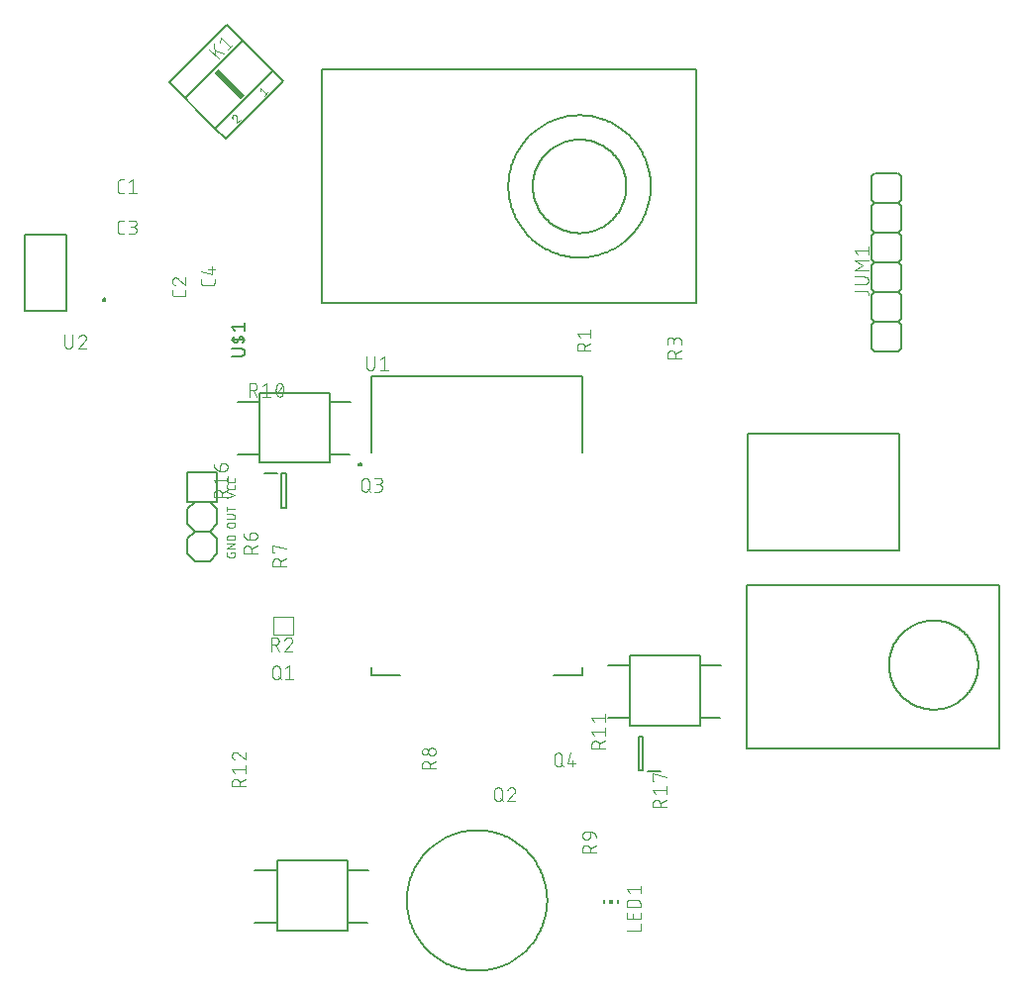
<source format=gbr>
G04 EAGLE Gerber RS-274X export*
G75*
%MOMM*%
%FSLAX34Y34*%
%LPD*%
%INSilkscreen Top*%
%IPPOS*%
%AMOC8*
5,1,8,0,0,1.08239X$1,22.5*%
G01*
%ADD10C,0.101600*%
%ADD11C,0.127000*%
%ADD12R,0.476300X3.175000*%
%ADD13R,0.150000X0.300000*%
%ADD14R,0.300000X0.300000*%
%ADD15C,0.076200*%
%ADD16C,0.152400*%
%ADD17C,0.050800*%
%ADD18C,0.200000*%


D10*
X198001Y784408D02*
X195404Y784408D01*
X195305Y784410D01*
X195205Y784416D01*
X195106Y784425D01*
X195008Y784438D01*
X194910Y784455D01*
X194812Y784476D01*
X194716Y784501D01*
X194621Y784529D01*
X194527Y784561D01*
X194434Y784596D01*
X194342Y784635D01*
X194252Y784678D01*
X194164Y784723D01*
X194077Y784773D01*
X193993Y784825D01*
X193910Y784881D01*
X193830Y784939D01*
X193752Y785001D01*
X193677Y785066D01*
X193604Y785134D01*
X193534Y785204D01*
X193466Y785277D01*
X193401Y785352D01*
X193339Y785430D01*
X193281Y785510D01*
X193225Y785593D01*
X193173Y785677D01*
X193123Y785764D01*
X193078Y785852D01*
X193035Y785942D01*
X192996Y786034D01*
X192961Y786127D01*
X192929Y786221D01*
X192901Y786316D01*
X192876Y786412D01*
X192855Y786510D01*
X192838Y786608D01*
X192825Y786706D01*
X192816Y786805D01*
X192810Y786905D01*
X192808Y787004D01*
X192808Y793496D01*
X192810Y793595D01*
X192816Y793695D01*
X192825Y793794D01*
X192838Y793892D01*
X192855Y793990D01*
X192876Y794088D01*
X192901Y794184D01*
X192929Y794279D01*
X192961Y794373D01*
X192996Y794466D01*
X193035Y794558D01*
X193078Y794648D01*
X193123Y794736D01*
X193173Y794823D01*
X193225Y794907D01*
X193281Y794990D01*
X193339Y795070D01*
X193401Y795148D01*
X193466Y795223D01*
X193534Y795296D01*
X193604Y795366D01*
X193677Y795434D01*
X193752Y795499D01*
X193830Y795561D01*
X193910Y795619D01*
X193993Y795675D01*
X194077Y795727D01*
X194164Y795777D01*
X194252Y795822D01*
X194342Y795865D01*
X194434Y795904D01*
X194526Y795939D01*
X194621Y795971D01*
X194716Y795999D01*
X194812Y796024D01*
X194910Y796045D01*
X195008Y796062D01*
X195106Y796075D01*
X195205Y796084D01*
X195305Y796090D01*
X195404Y796092D01*
X198001Y796092D01*
X202366Y793496D02*
X205612Y796092D01*
X205612Y784408D01*
X208857Y784408D02*
X202366Y784408D01*
X250892Y701336D02*
X250892Y698739D01*
X250890Y698640D01*
X250884Y698540D01*
X250875Y698441D01*
X250862Y698343D01*
X250845Y698245D01*
X250824Y698147D01*
X250799Y698051D01*
X250771Y697956D01*
X250739Y697862D01*
X250704Y697769D01*
X250665Y697677D01*
X250622Y697587D01*
X250577Y697499D01*
X250527Y697412D01*
X250475Y697328D01*
X250419Y697245D01*
X250361Y697165D01*
X250299Y697087D01*
X250234Y697012D01*
X250166Y696939D01*
X250096Y696869D01*
X250023Y696801D01*
X249948Y696736D01*
X249870Y696674D01*
X249790Y696616D01*
X249707Y696560D01*
X249623Y696508D01*
X249536Y696458D01*
X249448Y696413D01*
X249358Y696370D01*
X249266Y696331D01*
X249173Y696296D01*
X249079Y696264D01*
X248984Y696236D01*
X248888Y696211D01*
X248790Y696190D01*
X248692Y696173D01*
X248594Y696160D01*
X248495Y696151D01*
X248395Y696145D01*
X248296Y696143D01*
X241804Y696143D01*
X241804Y696142D02*
X241705Y696144D01*
X241605Y696150D01*
X241506Y696159D01*
X241408Y696172D01*
X241310Y696190D01*
X241212Y696210D01*
X241116Y696235D01*
X241020Y696263D01*
X240926Y696295D01*
X240833Y696330D01*
X240742Y696369D01*
X240652Y696412D01*
X240563Y696457D01*
X240477Y696507D01*
X240392Y696559D01*
X240310Y696615D01*
X240230Y696674D01*
X240152Y696735D01*
X240076Y696800D01*
X240003Y696868D01*
X239933Y696938D01*
X239865Y697011D01*
X239800Y697087D01*
X239739Y697165D01*
X239680Y697245D01*
X239624Y697327D01*
X239572Y697412D01*
X239523Y697498D01*
X239477Y697587D01*
X239434Y697677D01*
X239395Y697768D01*
X239360Y697861D01*
X239328Y697955D01*
X239300Y698051D01*
X239275Y698147D01*
X239255Y698245D01*
X239237Y698343D01*
X239224Y698441D01*
X239215Y698540D01*
X239209Y698639D01*
X239207Y698739D01*
X239208Y698739D02*
X239208Y701336D01*
X239208Y709271D02*
X239210Y709378D01*
X239216Y709484D01*
X239226Y709590D01*
X239239Y709696D01*
X239257Y709802D01*
X239278Y709906D01*
X239303Y710010D01*
X239332Y710113D01*
X239364Y710214D01*
X239401Y710314D01*
X239441Y710413D01*
X239484Y710511D01*
X239531Y710607D01*
X239582Y710701D01*
X239636Y710793D01*
X239693Y710883D01*
X239753Y710971D01*
X239817Y711056D01*
X239884Y711139D01*
X239954Y711220D01*
X240026Y711298D01*
X240102Y711374D01*
X240180Y711446D01*
X240261Y711516D01*
X240344Y711583D01*
X240429Y711647D01*
X240517Y711707D01*
X240607Y711764D01*
X240699Y711818D01*
X240793Y711869D01*
X240889Y711916D01*
X240987Y711959D01*
X241086Y711999D01*
X241186Y712036D01*
X241287Y712068D01*
X241390Y712097D01*
X241494Y712122D01*
X241598Y712143D01*
X241704Y712161D01*
X241810Y712174D01*
X241916Y712184D01*
X242022Y712190D01*
X242129Y712192D01*
X239208Y709271D02*
X239210Y709150D01*
X239216Y709029D01*
X239226Y708909D01*
X239239Y708788D01*
X239257Y708669D01*
X239278Y708549D01*
X239303Y708431D01*
X239332Y708314D01*
X239365Y708197D01*
X239401Y708082D01*
X239442Y707968D01*
X239485Y707855D01*
X239533Y707743D01*
X239584Y707634D01*
X239639Y707526D01*
X239697Y707419D01*
X239758Y707315D01*
X239823Y707213D01*
X239891Y707113D01*
X239962Y707015D01*
X240036Y706919D01*
X240113Y706826D01*
X240194Y706736D01*
X240277Y706648D01*
X240363Y706563D01*
X240452Y706480D01*
X240543Y706401D01*
X240637Y706324D01*
X240733Y706251D01*
X240831Y706181D01*
X240932Y706114D01*
X241035Y706050D01*
X241140Y705990D01*
X241247Y705932D01*
X241355Y705879D01*
X241465Y705829D01*
X241577Y705783D01*
X241690Y705740D01*
X241805Y705701D01*
X244401Y711218D02*
X244323Y711297D01*
X244243Y711373D01*
X244160Y711446D01*
X244074Y711516D01*
X243987Y711583D01*
X243896Y711647D01*
X243804Y711707D01*
X243710Y711765D01*
X243613Y711819D01*
X243515Y711869D01*
X243415Y711916D01*
X243314Y711960D01*
X243211Y712000D01*
X243106Y712036D01*
X243001Y712068D01*
X242894Y712097D01*
X242787Y712122D01*
X242678Y712144D01*
X242569Y712161D01*
X242460Y712175D01*
X242350Y712184D01*
X242239Y712190D01*
X242129Y712192D01*
X244401Y711218D02*
X250892Y705701D01*
X250892Y712192D01*
X198001Y749408D02*
X195404Y749408D01*
X195305Y749410D01*
X195205Y749416D01*
X195106Y749425D01*
X195008Y749438D01*
X194910Y749455D01*
X194812Y749476D01*
X194716Y749501D01*
X194621Y749529D01*
X194527Y749561D01*
X194434Y749596D01*
X194342Y749635D01*
X194252Y749678D01*
X194164Y749723D01*
X194077Y749773D01*
X193993Y749825D01*
X193910Y749881D01*
X193830Y749939D01*
X193752Y750001D01*
X193677Y750066D01*
X193604Y750134D01*
X193534Y750204D01*
X193466Y750277D01*
X193401Y750352D01*
X193339Y750430D01*
X193281Y750510D01*
X193225Y750593D01*
X193173Y750677D01*
X193123Y750764D01*
X193078Y750852D01*
X193035Y750942D01*
X192996Y751034D01*
X192961Y751127D01*
X192929Y751221D01*
X192901Y751316D01*
X192876Y751412D01*
X192855Y751510D01*
X192838Y751608D01*
X192825Y751706D01*
X192816Y751805D01*
X192810Y751905D01*
X192808Y752004D01*
X192808Y758496D01*
X192810Y758595D01*
X192816Y758695D01*
X192825Y758794D01*
X192838Y758892D01*
X192855Y758990D01*
X192876Y759088D01*
X192901Y759184D01*
X192929Y759279D01*
X192961Y759373D01*
X192996Y759466D01*
X193035Y759558D01*
X193078Y759648D01*
X193123Y759736D01*
X193173Y759823D01*
X193225Y759907D01*
X193281Y759990D01*
X193339Y760070D01*
X193401Y760148D01*
X193466Y760223D01*
X193534Y760296D01*
X193604Y760366D01*
X193677Y760434D01*
X193752Y760499D01*
X193830Y760561D01*
X193910Y760619D01*
X193993Y760675D01*
X194077Y760727D01*
X194164Y760777D01*
X194252Y760822D01*
X194342Y760865D01*
X194434Y760904D01*
X194526Y760939D01*
X194621Y760971D01*
X194716Y760999D01*
X194812Y761024D01*
X194910Y761045D01*
X195008Y761062D01*
X195106Y761075D01*
X195205Y761084D01*
X195305Y761090D01*
X195404Y761092D01*
X198001Y761092D01*
X202366Y749408D02*
X205612Y749408D01*
X205725Y749410D01*
X205838Y749416D01*
X205951Y749426D01*
X206064Y749440D01*
X206176Y749457D01*
X206287Y749479D01*
X206397Y749504D01*
X206507Y749534D01*
X206615Y749567D01*
X206722Y749604D01*
X206828Y749644D01*
X206932Y749689D01*
X207035Y749737D01*
X207136Y749788D01*
X207235Y749843D01*
X207332Y749901D01*
X207427Y749963D01*
X207520Y750028D01*
X207610Y750096D01*
X207698Y750167D01*
X207784Y750242D01*
X207867Y750319D01*
X207947Y750399D01*
X208024Y750482D01*
X208099Y750568D01*
X208170Y750656D01*
X208238Y750746D01*
X208303Y750839D01*
X208365Y750934D01*
X208423Y751031D01*
X208478Y751130D01*
X208529Y751231D01*
X208577Y751334D01*
X208622Y751438D01*
X208662Y751544D01*
X208699Y751651D01*
X208732Y751759D01*
X208762Y751869D01*
X208787Y751979D01*
X208809Y752090D01*
X208826Y752202D01*
X208840Y752315D01*
X208850Y752428D01*
X208856Y752541D01*
X208858Y752654D01*
X208856Y752767D01*
X208850Y752880D01*
X208840Y752993D01*
X208826Y753106D01*
X208809Y753218D01*
X208787Y753329D01*
X208762Y753439D01*
X208732Y753549D01*
X208699Y753657D01*
X208662Y753764D01*
X208622Y753870D01*
X208577Y753974D01*
X208529Y754077D01*
X208478Y754178D01*
X208423Y754277D01*
X208365Y754374D01*
X208303Y754469D01*
X208238Y754562D01*
X208170Y754652D01*
X208099Y754740D01*
X208024Y754826D01*
X207947Y754909D01*
X207867Y754989D01*
X207784Y755066D01*
X207698Y755141D01*
X207610Y755212D01*
X207520Y755280D01*
X207427Y755345D01*
X207332Y755407D01*
X207235Y755465D01*
X207136Y755520D01*
X207035Y755571D01*
X206932Y755619D01*
X206828Y755664D01*
X206722Y755704D01*
X206615Y755741D01*
X206507Y755774D01*
X206397Y755804D01*
X206287Y755829D01*
X206176Y755851D01*
X206064Y755868D01*
X205951Y755882D01*
X205838Y755892D01*
X205725Y755898D01*
X205612Y755900D01*
X206261Y761092D02*
X202366Y761092D01*
X206261Y761092D02*
X206362Y761090D01*
X206462Y761084D01*
X206562Y761074D01*
X206662Y761061D01*
X206761Y761043D01*
X206860Y761022D01*
X206957Y760997D01*
X207054Y760968D01*
X207149Y760935D01*
X207243Y760899D01*
X207335Y760859D01*
X207426Y760816D01*
X207515Y760769D01*
X207602Y760719D01*
X207688Y760665D01*
X207771Y760608D01*
X207851Y760548D01*
X207930Y760485D01*
X208006Y760418D01*
X208079Y760349D01*
X208149Y760277D01*
X208217Y760203D01*
X208282Y760126D01*
X208343Y760046D01*
X208402Y759964D01*
X208457Y759880D01*
X208509Y759794D01*
X208558Y759706D01*
X208603Y759616D01*
X208645Y759524D01*
X208683Y759431D01*
X208717Y759336D01*
X208748Y759241D01*
X208775Y759144D01*
X208798Y759046D01*
X208818Y758947D01*
X208833Y758847D01*
X208845Y758747D01*
X208853Y758647D01*
X208857Y758546D01*
X208857Y758446D01*
X208853Y758345D01*
X208845Y758245D01*
X208833Y758145D01*
X208818Y758045D01*
X208798Y757946D01*
X208775Y757848D01*
X208748Y757751D01*
X208717Y757656D01*
X208683Y757561D01*
X208645Y757468D01*
X208603Y757376D01*
X208558Y757286D01*
X208509Y757198D01*
X208457Y757112D01*
X208402Y757028D01*
X208343Y756946D01*
X208282Y756866D01*
X208217Y756789D01*
X208149Y756715D01*
X208079Y756643D01*
X208006Y756574D01*
X207930Y756507D01*
X207851Y756444D01*
X207771Y756384D01*
X207688Y756327D01*
X207602Y756273D01*
X207515Y756223D01*
X207426Y756176D01*
X207335Y756133D01*
X207243Y756093D01*
X207149Y756057D01*
X207054Y756024D01*
X206957Y755995D01*
X206860Y755970D01*
X206761Y755949D01*
X206662Y755931D01*
X206562Y755918D01*
X206462Y755908D01*
X206362Y755902D01*
X206261Y755900D01*
X206261Y755899D02*
X203664Y755899D01*
X275592Y710701D02*
X275592Y708104D01*
X275590Y708005D01*
X275584Y707905D01*
X275575Y707806D01*
X275562Y707708D01*
X275545Y707610D01*
X275524Y707512D01*
X275499Y707416D01*
X275471Y707321D01*
X275439Y707227D01*
X275404Y707134D01*
X275365Y707042D01*
X275322Y706952D01*
X275277Y706864D01*
X275227Y706777D01*
X275175Y706693D01*
X275119Y706610D01*
X275061Y706530D01*
X274999Y706452D01*
X274934Y706377D01*
X274866Y706304D01*
X274796Y706234D01*
X274723Y706166D01*
X274648Y706101D01*
X274570Y706039D01*
X274490Y705981D01*
X274407Y705925D01*
X274323Y705873D01*
X274236Y705823D01*
X274148Y705778D01*
X274058Y705735D01*
X273966Y705696D01*
X273873Y705661D01*
X273779Y705629D01*
X273684Y705601D01*
X273588Y705576D01*
X273490Y705555D01*
X273392Y705538D01*
X273294Y705525D01*
X273195Y705516D01*
X273095Y705510D01*
X272996Y705508D01*
X266504Y705508D01*
X266405Y705510D01*
X266305Y705516D01*
X266206Y705525D01*
X266108Y705538D01*
X266010Y705556D01*
X265912Y705576D01*
X265816Y705601D01*
X265720Y705629D01*
X265626Y705661D01*
X265533Y705696D01*
X265442Y705735D01*
X265352Y705778D01*
X265263Y705823D01*
X265177Y705873D01*
X265092Y705925D01*
X265010Y705981D01*
X264930Y706040D01*
X264852Y706101D01*
X264776Y706166D01*
X264703Y706234D01*
X264633Y706304D01*
X264565Y706377D01*
X264500Y706453D01*
X264439Y706531D01*
X264380Y706611D01*
X264324Y706693D01*
X264272Y706778D01*
X264223Y706864D01*
X264177Y706953D01*
X264134Y707043D01*
X264095Y707134D01*
X264060Y707227D01*
X264028Y707321D01*
X264000Y707417D01*
X263975Y707513D01*
X263955Y707611D01*
X263937Y707709D01*
X263924Y707807D01*
X263915Y707906D01*
X263909Y708005D01*
X263907Y708105D01*
X263908Y708104D02*
X263908Y710701D01*
X263908Y717663D02*
X272996Y715066D01*
X272996Y721557D01*
X270399Y719610D02*
X275592Y719610D01*
D11*
X237038Y879174D02*
X286430Y928566D01*
X334699Y880298D01*
X276326Y839886D02*
X237038Y879174D01*
X276326Y839886D02*
X285307Y830905D01*
X334699Y880298D01*
X325718Y889277D02*
X276326Y839886D01*
X250509Y865704D02*
X299899Y915096D01*
D10*
X314776Y874249D02*
X314496Y871735D01*
X314776Y874249D02*
X319805Y869220D01*
X318408Y867823D02*
X321202Y870617D01*
X293858Y850816D02*
X293799Y850873D01*
X293737Y850927D01*
X293672Y850978D01*
X293606Y851026D01*
X293537Y851071D01*
X293466Y851112D01*
X293394Y851151D01*
X293319Y851186D01*
X293243Y851217D01*
X293166Y851245D01*
X293088Y851269D01*
X293008Y851290D01*
X292928Y851307D01*
X292847Y851320D01*
X292765Y851329D01*
X292683Y851335D01*
X292601Y851337D01*
X292519Y851335D01*
X292437Y851329D01*
X292355Y851320D01*
X292274Y851307D01*
X292194Y851290D01*
X292114Y851269D01*
X292036Y851245D01*
X291959Y851217D01*
X291883Y851186D01*
X291808Y851151D01*
X291736Y851112D01*
X291665Y851071D01*
X291596Y851026D01*
X291530Y850978D01*
X291465Y850927D01*
X291403Y850873D01*
X291344Y850816D01*
X291280Y850749D01*
X291218Y850680D01*
X291160Y850608D01*
X291104Y850534D01*
X291052Y850458D01*
X291002Y850379D01*
X290956Y850299D01*
X290913Y850217D01*
X290874Y850133D01*
X290838Y850048D01*
X290805Y849961D01*
X290776Y849873D01*
X290751Y849784D01*
X290729Y849694D01*
X290711Y849603D01*
X290696Y849511D01*
X290685Y849419D01*
X290678Y849327D01*
X290675Y849234D01*
X290676Y849142D01*
X290680Y849049D01*
X290688Y848957D01*
X290700Y848865D01*
X290715Y848774D01*
X290735Y848683D01*
X290757Y848593D01*
X290784Y848504D01*
X290814Y848417D01*
X290847Y848330D01*
X290884Y848245D01*
X290925Y848162D01*
X294417Y849419D02*
X294418Y849505D01*
X294414Y849591D01*
X294406Y849677D01*
X294395Y849762D01*
X294380Y849846D01*
X294361Y849930D01*
X294338Y850013D01*
X294311Y850095D01*
X294281Y850175D01*
X294248Y850254D01*
X294210Y850332D01*
X294170Y850408D01*
X294126Y850481D01*
X294078Y850553D01*
X294028Y850623D01*
X293974Y850690D01*
X293918Y850754D01*
X293859Y850817D01*
X294417Y849419D02*
X294836Y844251D01*
X297630Y847044D01*
D12*
G36*
X275206Y887032D02*
X278573Y890399D01*
X301022Y867950D01*
X297655Y864583D01*
X275206Y887032D01*
G37*
D10*
X279010Y899422D02*
X270748Y907684D01*
X275338Y912274D02*
X275797Y902635D01*
X275797Y906307D02*
X283600Y904012D01*
X280277Y913541D02*
X280736Y917672D01*
X288998Y909410D01*
X286703Y907115D02*
X291293Y911705D01*
D13*
X620700Y178500D03*
X608700Y178500D03*
D14*
X614700Y178500D03*
D10*
X627908Y154101D02*
X639592Y154101D01*
X639592Y159293D01*
X639592Y164007D02*
X639592Y169199D01*
X639592Y164007D02*
X627908Y164007D01*
X627908Y169199D01*
X633101Y167901D02*
X633101Y164007D01*
X627908Y173890D02*
X639592Y173890D01*
X627908Y173890D02*
X627908Y177135D01*
X627910Y177248D01*
X627916Y177361D01*
X627926Y177474D01*
X627940Y177587D01*
X627957Y177699D01*
X627979Y177810D01*
X628004Y177920D01*
X628034Y178030D01*
X628067Y178138D01*
X628104Y178245D01*
X628144Y178351D01*
X628189Y178455D01*
X628237Y178558D01*
X628288Y178659D01*
X628343Y178758D01*
X628401Y178855D01*
X628463Y178950D01*
X628528Y179043D01*
X628596Y179133D01*
X628667Y179221D01*
X628742Y179307D01*
X628819Y179390D01*
X628899Y179470D01*
X628982Y179547D01*
X629068Y179622D01*
X629156Y179693D01*
X629246Y179761D01*
X629339Y179826D01*
X629434Y179888D01*
X629531Y179946D01*
X629630Y180001D01*
X629731Y180052D01*
X629834Y180100D01*
X629938Y180145D01*
X630044Y180185D01*
X630151Y180222D01*
X630259Y180255D01*
X630369Y180285D01*
X630479Y180310D01*
X630590Y180332D01*
X630702Y180349D01*
X630815Y180363D01*
X630928Y180373D01*
X631041Y180379D01*
X631154Y180381D01*
X636346Y180381D01*
X636346Y180382D02*
X636459Y180380D01*
X636572Y180374D01*
X636685Y180364D01*
X636798Y180350D01*
X636910Y180333D01*
X637021Y180311D01*
X637131Y180286D01*
X637241Y180256D01*
X637349Y180223D01*
X637456Y180186D01*
X637562Y180146D01*
X637666Y180101D01*
X637769Y180053D01*
X637870Y180002D01*
X637969Y179947D01*
X638066Y179889D01*
X638161Y179827D01*
X638254Y179762D01*
X638344Y179694D01*
X638432Y179623D01*
X638518Y179548D01*
X638601Y179471D01*
X638681Y179391D01*
X638758Y179308D01*
X638833Y179222D01*
X638904Y179134D01*
X638972Y179044D01*
X639037Y178951D01*
X639099Y178856D01*
X639157Y178759D01*
X639212Y178660D01*
X639263Y178559D01*
X639311Y178456D01*
X639356Y178352D01*
X639396Y178246D01*
X639433Y178139D01*
X639466Y178031D01*
X639496Y177921D01*
X639521Y177811D01*
X639543Y177700D01*
X639560Y177588D01*
X639574Y177475D01*
X639584Y177362D01*
X639590Y177249D01*
X639592Y177136D01*
X639592Y177135D02*
X639592Y173890D01*
X630504Y185701D02*
X627908Y188946D01*
X639592Y188946D01*
X639592Y185701D02*
X639592Y192192D01*
D15*
X342500Y407000D02*
X325500Y407000D01*
X325500Y422000D02*
X342500Y422000D01*
X342500Y407000D01*
X325500Y407000D02*
X325500Y422000D01*
D10*
X325183Y377096D02*
X325183Y371904D01*
X325182Y377096D02*
X325184Y377209D01*
X325190Y377322D01*
X325200Y377435D01*
X325214Y377548D01*
X325231Y377660D01*
X325253Y377771D01*
X325278Y377881D01*
X325308Y377991D01*
X325341Y378099D01*
X325378Y378206D01*
X325418Y378312D01*
X325463Y378416D01*
X325511Y378519D01*
X325562Y378620D01*
X325617Y378719D01*
X325675Y378816D01*
X325737Y378911D01*
X325802Y379004D01*
X325870Y379094D01*
X325941Y379182D01*
X326016Y379268D01*
X326093Y379351D01*
X326173Y379431D01*
X326256Y379508D01*
X326342Y379583D01*
X326430Y379654D01*
X326520Y379722D01*
X326613Y379787D01*
X326708Y379849D01*
X326805Y379907D01*
X326904Y379962D01*
X327005Y380013D01*
X327108Y380061D01*
X327212Y380106D01*
X327318Y380146D01*
X327425Y380183D01*
X327533Y380216D01*
X327643Y380246D01*
X327753Y380271D01*
X327864Y380293D01*
X327976Y380310D01*
X328089Y380324D01*
X328202Y380334D01*
X328315Y380340D01*
X328428Y380342D01*
X328541Y380340D01*
X328654Y380334D01*
X328767Y380324D01*
X328880Y380310D01*
X328992Y380293D01*
X329103Y380271D01*
X329213Y380246D01*
X329323Y380216D01*
X329431Y380183D01*
X329538Y380146D01*
X329644Y380106D01*
X329748Y380061D01*
X329851Y380013D01*
X329952Y379962D01*
X330051Y379907D01*
X330148Y379849D01*
X330243Y379787D01*
X330336Y379722D01*
X330426Y379654D01*
X330514Y379583D01*
X330600Y379508D01*
X330683Y379431D01*
X330763Y379351D01*
X330840Y379268D01*
X330915Y379182D01*
X330986Y379094D01*
X331054Y379004D01*
X331119Y378911D01*
X331181Y378816D01*
X331239Y378719D01*
X331294Y378620D01*
X331345Y378519D01*
X331393Y378416D01*
X331438Y378312D01*
X331478Y378206D01*
X331515Y378099D01*
X331548Y377991D01*
X331578Y377881D01*
X331603Y377771D01*
X331625Y377660D01*
X331642Y377548D01*
X331656Y377435D01*
X331666Y377322D01*
X331672Y377209D01*
X331674Y377096D01*
X331674Y371904D01*
X331672Y371791D01*
X331666Y371678D01*
X331656Y371565D01*
X331642Y371452D01*
X331625Y371340D01*
X331603Y371229D01*
X331578Y371119D01*
X331548Y371009D01*
X331515Y370901D01*
X331478Y370794D01*
X331438Y370688D01*
X331393Y370584D01*
X331345Y370481D01*
X331294Y370380D01*
X331239Y370281D01*
X331181Y370184D01*
X331119Y370089D01*
X331054Y369996D01*
X330986Y369906D01*
X330915Y369818D01*
X330840Y369732D01*
X330763Y369649D01*
X330683Y369569D01*
X330600Y369492D01*
X330514Y369417D01*
X330426Y369346D01*
X330336Y369278D01*
X330243Y369213D01*
X330148Y369151D01*
X330051Y369093D01*
X329952Y369038D01*
X329851Y368987D01*
X329748Y368939D01*
X329644Y368894D01*
X329538Y368854D01*
X329431Y368817D01*
X329323Y368784D01*
X329213Y368754D01*
X329103Y368729D01*
X328992Y368707D01*
X328880Y368690D01*
X328767Y368676D01*
X328654Y368666D01*
X328541Y368660D01*
X328428Y368658D01*
X328315Y368660D01*
X328202Y368666D01*
X328089Y368676D01*
X327976Y368690D01*
X327864Y368707D01*
X327753Y368729D01*
X327643Y368754D01*
X327533Y368784D01*
X327425Y368817D01*
X327318Y368854D01*
X327212Y368894D01*
X327108Y368939D01*
X327005Y368987D01*
X326904Y369038D01*
X326805Y369093D01*
X326708Y369151D01*
X326613Y369213D01*
X326520Y369278D01*
X326430Y369346D01*
X326342Y369417D01*
X326256Y369492D01*
X326173Y369569D01*
X326093Y369649D01*
X326016Y369732D01*
X325941Y369818D01*
X325870Y369906D01*
X325802Y369996D01*
X325737Y370089D01*
X325675Y370184D01*
X325617Y370281D01*
X325562Y370380D01*
X325511Y370481D01*
X325463Y370584D01*
X325418Y370688D01*
X325378Y370794D01*
X325341Y370901D01*
X325308Y371009D01*
X325278Y371119D01*
X325253Y371229D01*
X325231Y371340D01*
X325214Y371452D01*
X325200Y371565D01*
X325190Y371678D01*
X325184Y371791D01*
X325182Y371904D01*
X330375Y371254D02*
X332972Y368658D01*
X336326Y377746D02*
X339572Y380342D01*
X339572Y368658D01*
X342817Y368658D02*
X336326Y368658D01*
X514807Y272996D02*
X514807Y267804D01*
X514807Y272996D02*
X514809Y273109D01*
X514815Y273222D01*
X514825Y273335D01*
X514839Y273448D01*
X514856Y273560D01*
X514878Y273671D01*
X514903Y273781D01*
X514933Y273891D01*
X514966Y273999D01*
X515003Y274106D01*
X515043Y274212D01*
X515088Y274316D01*
X515136Y274419D01*
X515187Y274520D01*
X515242Y274619D01*
X515300Y274716D01*
X515362Y274811D01*
X515427Y274904D01*
X515495Y274994D01*
X515566Y275082D01*
X515641Y275168D01*
X515718Y275251D01*
X515798Y275331D01*
X515881Y275408D01*
X515967Y275483D01*
X516055Y275554D01*
X516145Y275622D01*
X516238Y275687D01*
X516333Y275749D01*
X516430Y275807D01*
X516529Y275862D01*
X516630Y275913D01*
X516733Y275961D01*
X516837Y276006D01*
X516943Y276046D01*
X517050Y276083D01*
X517158Y276116D01*
X517268Y276146D01*
X517378Y276171D01*
X517489Y276193D01*
X517601Y276210D01*
X517714Y276224D01*
X517827Y276234D01*
X517940Y276240D01*
X518053Y276242D01*
X518166Y276240D01*
X518279Y276234D01*
X518392Y276224D01*
X518505Y276210D01*
X518617Y276193D01*
X518728Y276171D01*
X518838Y276146D01*
X518948Y276116D01*
X519056Y276083D01*
X519163Y276046D01*
X519269Y276006D01*
X519373Y275961D01*
X519476Y275913D01*
X519577Y275862D01*
X519676Y275807D01*
X519773Y275749D01*
X519868Y275687D01*
X519961Y275622D01*
X520051Y275554D01*
X520139Y275483D01*
X520225Y275408D01*
X520308Y275331D01*
X520388Y275251D01*
X520465Y275168D01*
X520540Y275082D01*
X520611Y274994D01*
X520679Y274904D01*
X520744Y274811D01*
X520806Y274716D01*
X520864Y274619D01*
X520919Y274520D01*
X520970Y274419D01*
X521018Y274316D01*
X521063Y274212D01*
X521103Y274106D01*
X521140Y273999D01*
X521173Y273891D01*
X521203Y273781D01*
X521228Y273671D01*
X521250Y273560D01*
X521267Y273448D01*
X521281Y273335D01*
X521291Y273222D01*
X521297Y273109D01*
X521299Y272996D01*
X521298Y272996D02*
X521298Y267804D01*
X521299Y267804D02*
X521297Y267691D01*
X521291Y267578D01*
X521281Y267465D01*
X521267Y267352D01*
X521250Y267240D01*
X521228Y267129D01*
X521203Y267019D01*
X521173Y266909D01*
X521140Y266801D01*
X521103Y266694D01*
X521063Y266588D01*
X521018Y266484D01*
X520970Y266381D01*
X520919Y266280D01*
X520864Y266181D01*
X520806Y266084D01*
X520744Y265989D01*
X520679Y265896D01*
X520611Y265806D01*
X520540Y265718D01*
X520465Y265632D01*
X520388Y265549D01*
X520308Y265469D01*
X520225Y265392D01*
X520139Y265317D01*
X520051Y265246D01*
X519961Y265178D01*
X519868Y265113D01*
X519773Y265051D01*
X519676Y264993D01*
X519577Y264938D01*
X519476Y264887D01*
X519373Y264839D01*
X519269Y264794D01*
X519163Y264754D01*
X519056Y264717D01*
X518948Y264684D01*
X518838Y264654D01*
X518728Y264629D01*
X518617Y264607D01*
X518505Y264590D01*
X518392Y264576D01*
X518279Y264566D01*
X518166Y264560D01*
X518053Y264558D01*
X517940Y264560D01*
X517827Y264566D01*
X517714Y264576D01*
X517601Y264590D01*
X517489Y264607D01*
X517378Y264629D01*
X517268Y264654D01*
X517158Y264684D01*
X517050Y264717D01*
X516943Y264754D01*
X516837Y264794D01*
X516733Y264839D01*
X516630Y264887D01*
X516529Y264938D01*
X516430Y264993D01*
X516333Y265051D01*
X516238Y265113D01*
X516145Y265178D01*
X516055Y265246D01*
X515967Y265317D01*
X515881Y265392D01*
X515798Y265469D01*
X515718Y265549D01*
X515641Y265632D01*
X515566Y265718D01*
X515495Y265806D01*
X515427Y265896D01*
X515362Y265989D01*
X515300Y266084D01*
X515242Y266181D01*
X515187Y266280D01*
X515136Y266381D01*
X515088Y266484D01*
X515043Y266588D01*
X515003Y266694D01*
X514966Y266801D01*
X514933Y266909D01*
X514903Y267019D01*
X514878Y267129D01*
X514856Y267240D01*
X514839Y267352D01*
X514825Y267465D01*
X514815Y267578D01*
X514809Y267691D01*
X514807Y267804D01*
X520000Y267154D02*
X522596Y264558D01*
X532442Y273321D02*
X532440Y273428D01*
X532434Y273534D01*
X532424Y273640D01*
X532411Y273746D01*
X532393Y273852D01*
X532372Y273956D01*
X532347Y274060D01*
X532318Y274163D01*
X532286Y274264D01*
X532249Y274364D01*
X532209Y274463D01*
X532166Y274561D01*
X532119Y274657D01*
X532068Y274751D01*
X532014Y274843D01*
X531957Y274933D01*
X531897Y275021D01*
X531833Y275106D01*
X531766Y275189D01*
X531696Y275270D01*
X531624Y275348D01*
X531548Y275424D01*
X531470Y275496D01*
X531389Y275566D01*
X531306Y275633D01*
X531221Y275697D01*
X531133Y275757D01*
X531043Y275814D01*
X530951Y275868D01*
X530857Y275919D01*
X530761Y275966D01*
X530663Y276009D01*
X530564Y276049D01*
X530464Y276086D01*
X530363Y276118D01*
X530260Y276147D01*
X530156Y276172D01*
X530052Y276193D01*
X529946Y276211D01*
X529840Y276224D01*
X529734Y276234D01*
X529628Y276240D01*
X529521Y276242D01*
X529400Y276240D01*
X529279Y276234D01*
X529159Y276224D01*
X529038Y276211D01*
X528919Y276193D01*
X528799Y276172D01*
X528681Y276147D01*
X528564Y276118D01*
X528447Y276085D01*
X528332Y276049D01*
X528218Y276008D01*
X528105Y275965D01*
X527993Y275917D01*
X527884Y275866D01*
X527776Y275811D01*
X527669Y275753D01*
X527565Y275692D01*
X527463Y275627D01*
X527363Y275559D01*
X527265Y275488D01*
X527169Y275414D01*
X527076Y275337D01*
X526986Y275256D01*
X526898Y275173D01*
X526813Y275087D01*
X526730Y274998D01*
X526651Y274907D01*
X526574Y274813D01*
X526501Y274717D01*
X526431Y274619D01*
X526364Y274518D01*
X526300Y274415D01*
X526240Y274310D01*
X526183Y274203D01*
X526129Y274095D01*
X526079Y273985D01*
X526033Y273873D01*
X525990Y273760D01*
X525951Y273645D01*
X531469Y271049D02*
X531548Y271126D01*
X531624Y271207D01*
X531697Y271290D01*
X531767Y271375D01*
X531834Y271463D01*
X531898Y271553D01*
X531958Y271645D01*
X532015Y271740D01*
X532069Y271836D01*
X532120Y271934D01*
X532167Y272034D01*
X532211Y272136D01*
X532251Y272239D01*
X532287Y272343D01*
X532319Y272449D01*
X532348Y272555D01*
X532373Y272663D01*
X532395Y272771D01*
X532412Y272881D01*
X532426Y272990D01*
X532435Y273100D01*
X532441Y273211D01*
X532443Y273321D01*
X531468Y271049D02*
X525951Y264558D01*
X532442Y264558D01*
X585408Y649658D02*
X597092Y649658D01*
X585408Y649658D02*
X585408Y652904D01*
X585410Y653017D01*
X585416Y653130D01*
X585426Y653243D01*
X585440Y653356D01*
X585457Y653468D01*
X585479Y653579D01*
X585504Y653689D01*
X585534Y653799D01*
X585567Y653907D01*
X585604Y654014D01*
X585644Y654120D01*
X585689Y654224D01*
X585737Y654327D01*
X585788Y654428D01*
X585843Y654527D01*
X585901Y654624D01*
X585963Y654719D01*
X586028Y654812D01*
X586096Y654902D01*
X586167Y654990D01*
X586242Y655076D01*
X586319Y655159D01*
X586399Y655239D01*
X586482Y655316D01*
X586568Y655391D01*
X586656Y655462D01*
X586746Y655530D01*
X586839Y655595D01*
X586934Y655657D01*
X587031Y655715D01*
X587130Y655770D01*
X587231Y655821D01*
X587334Y655869D01*
X587438Y655914D01*
X587544Y655954D01*
X587651Y655991D01*
X587759Y656024D01*
X587869Y656054D01*
X587979Y656079D01*
X588090Y656101D01*
X588202Y656118D01*
X588315Y656132D01*
X588428Y656142D01*
X588541Y656148D01*
X588654Y656150D01*
X588767Y656148D01*
X588880Y656142D01*
X588993Y656132D01*
X589106Y656118D01*
X589218Y656101D01*
X589329Y656079D01*
X589439Y656054D01*
X589549Y656024D01*
X589657Y655991D01*
X589764Y655954D01*
X589870Y655914D01*
X589974Y655869D01*
X590077Y655821D01*
X590178Y655770D01*
X590277Y655715D01*
X590374Y655657D01*
X590469Y655595D01*
X590562Y655530D01*
X590652Y655462D01*
X590740Y655391D01*
X590826Y655316D01*
X590909Y655239D01*
X590989Y655159D01*
X591066Y655076D01*
X591141Y654990D01*
X591212Y654902D01*
X591280Y654812D01*
X591345Y654719D01*
X591407Y654624D01*
X591465Y654527D01*
X591520Y654428D01*
X591571Y654327D01*
X591619Y654224D01*
X591664Y654120D01*
X591704Y654014D01*
X591741Y653907D01*
X591774Y653799D01*
X591804Y653689D01*
X591829Y653579D01*
X591851Y653468D01*
X591868Y653356D01*
X591882Y653243D01*
X591892Y653130D01*
X591898Y653017D01*
X591900Y652904D01*
X591899Y652904D02*
X591899Y649658D01*
X591899Y653553D02*
X597092Y656149D01*
X588004Y661014D02*
X585408Y664260D01*
X597092Y664260D01*
X597092Y667505D02*
X597092Y661014D01*
X305165Y622092D02*
X305165Y610408D01*
X305165Y622092D02*
X308410Y622092D01*
X308523Y622090D01*
X308636Y622084D01*
X308749Y622074D01*
X308862Y622060D01*
X308974Y622043D01*
X309085Y622021D01*
X309195Y621996D01*
X309305Y621966D01*
X309413Y621933D01*
X309520Y621896D01*
X309626Y621856D01*
X309730Y621811D01*
X309833Y621763D01*
X309934Y621712D01*
X310033Y621657D01*
X310130Y621599D01*
X310225Y621537D01*
X310318Y621472D01*
X310408Y621404D01*
X310496Y621333D01*
X310582Y621258D01*
X310665Y621181D01*
X310745Y621101D01*
X310822Y621018D01*
X310897Y620932D01*
X310968Y620844D01*
X311036Y620754D01*
X311101Y620661D01*
X311163Y620566D01*
X311221Y620469D01*
X311276Y620370D01*
X311327Y620269D01*
X311375Y620166D01*
X311420Y620062D01*
X311460Y619956D01*
X311497Y619849D01*
X311530Y619741D01*
X311560Y619631D01*
X311585Y619521D01*
X311607Y619410D01*
X311624Y619298D01*
X311638Y619185D01*
X311648Y619072D01*
X311654Y618959D01*
X311656Y618846D01*
X311654Y618733D01*
X311648Y618620D01*
X311638Y618507D01*
X311624Y618394D01*
X311607Y618282D01*
X311585Y618171D01*
X311560Y618061D01*
X311530Y617951D01*
X311497Y617843D01*
X311460Y617736D01*
X311420Y617630D01*
X311375Y617526D01*
X311327Y617423D01*
X311276Y617322D01*
X311221Y617223D01*
X311163Y617126D01*
X311101Y617031D01*
X311036Y616938D01*
X310968Y616848D01*
X310897Y616760D01*
X310822Y616674D01*
X310745Y616591D01*
X310665Y616511D01*
X310582Y616434D01*
X310496Y616359D01*
X310408Y616288D01*
X310318Y616220D01*
X310225Y616155D01*
X310130Y616093D01*
X310033Y616035D01*
X309934Y615980D01*
X309833Y615929D01*
X309730Y615881D01*
X309626Y615836D01*
X309520Y615796D01*
X309413Y615759D01*
X309305Y615726D01*
X309195Y615696D01*
X309085Y615671D01*
X308974Y615649D01*
X308862Y615632D01*
X308749Y615618D01*
X308636Y615608D01*
X308523Y615602D01*
X308410Y615600D01*
X308410Y615601D02*
X305165Y615601D01*
X309059Y615601D02*
X311656Y610408D01*
X316521Y619496D02*
X319766Y622092D01*
X319766Y610408D01*
X316521Y610408D02*
X323012Y610408D01*
X327951Y616250D02*
X327954Y616480D01*
X327962Y616710D01*
X327976Y616939D01*
X327995Y617168D01*
X328020Y617397D01*
X328050Y617624D01*
X328085Y617852D01*
X328126Y618078D01*
X328172Y618303D01*
X328224Y618527D01*
X328281Y618749D01*
X328343Y618971D01*
X328411Y619190D01*
X328484Y619408D01*
X328562Y619625D01*
X328645Y619839D01*
X328733Y620051D01*
X328826Y620261D01*
X328925Y620469D01*
X328924Y620469D02*
X328957Y620559D01*
X328993Y620648D01*
X329033Y620736D01*
X329077Y620821D01*
X329124Y620905D01*
X329174Y620987D01*
X329228Y621067D01*
X329284Y621144D01*
X329344Y621220D01*
X329407Y621293D01*
X329472Y621363D01*
X329541Y621431D01*
X329612Y621495D01*
X329685Y621557D01*
X329761Y621616D01*
X329839Y621672D01*
X329920Y621725D01*
X330002Y621774D01*
X330086Y621820D01*
X330173Y621863D01*
X330260Y621902D01*
X330350Y621938D01*
X330440Y621970D01*
X330532Y621998D01*
X330625Y622023D01*
X330719Y622044D01*
X330813Y622061D01*
X330908Y622075D01*
X331004Y622084D01*
X331100Y622090D01*
X331196Y622092D01*
X331292Y622090D01*
X331388Y622084D01*
X331484Y622075D01*
X331579Y622061D01*
X331673Y622044D01*
X331767Y622023D01*
X331860Y621998D01*
X331952Y621970D01*
X332042Y621938D01*
X332132Y621902D01*
X332219Y621863D01*
X332306Y621820D01*
X332390Y621774D01*
X332472Y621725D01*
X332553Y621672D01*
X332631Y621616D01*
X332707Y621557D01*
X332780Y621495D01*
X332851Y621431D01*
X332920Y621363D01*
X332985Y621293D01*
X333048Y621220D01*
X333108Y621144D01*
X333164Y621067D01*
X333218Y620987D01*
X333268Y620905D01*
X333315Y620821D01*
X333359Y620736D01*
X333399Y620648D01*
X333435Y620559D01*
X333468Y620469D01*
X333469Y620469D02*
X333568Y620262D01*
X333661Y620052D01*
X333749Y619839D01*
X333832Y619625D01*
X333910Y619409D01*
X333983Y619191D01*
X334051Y618971D01*
X334113Y618750D01*
X334170Y618527D01*
X334222Y618303D01*
X334268Y618078D01*
X334309Y617852D01*
X334344Y617625D01*
X334374Y617397D01*
X334399Y617168D01*
X334418Y616939D01*
X334432Y616710D01*
X334440Y616480D01*
X334443Y616250D01*
X327951Y616250D02*
X327954Y616020D01*
X327962Y615790D01*
X327976Y615561D01*
X327995Y615332D01*
X328020Y615103D01*
X328050Y614875D01*
X328085Y614648D01*
X328126Y614422D01*
X328172Y614197D01*
X328224Y613973D01*
X328281Y613750D01*
X328343Y613529D01*
X328411Y613309D01*
X328484Y613091D01*
X328562Y612875D01*
X328645Y612661D01*
X328733Y612449D01*
X328826Y612238D01*
X328925Y612031D01*
X328924Y612031D02*
X328957Y611941D01*
X328993Y611852D01*
X329034Y611764D01*
X329077Y611679D01*
X329124Y611595D01*
X329174Y611513D01*
X329228Y611433D01*
X329284Y611356D01*
X329344Y611280D01*
X329407Y611207D01*
X329472Y611137D01*
X329541Y611069D01*
X329612Y611005D01*
X329685Y610943D01*
X329761Y610884D01*
X329839Y610828D01*
X329920Y610775D01*
X330002Y610726D01*
X330086Y610680D01*
X330173Y610637D01*
X330260Y610598D01*
X330350Y610562D01*
X330440Y610530D01*
X330532Y610502D01*
X330625Y610477D01*
X330719Y610456D01*
X330813Y610439D01*
X330908Y610425D01*
X331004Y610416D01*
X331100Y610410D01*
X331196Y610408D01*
X333468Y612031D02*
X333567Y612238D01*
X333660Y612449D01*
X333748Y612661D01*
X333831Y612875D01*
X333909Y613091D01*
X333982Y613309D01*
X334050Y613529D01*
X334112Y613750D01*
X334169Y613973D01*
X334221Y614197D01*
X334267Y614422D01*
X334308Y614648D01*
X334343Y614875D01*
X334373Y615103D01*
X334398Y615332D01*
X334417Y615561D01*
X334431Y615790D01*
X334439Y616020D01*
X334442Y616250D01*
X333468Y612031D02*
X333435Y611941D01*
X333399Y611852D01*
X333359Y611764D01*
X333315Y611679D01*
X333268Y611595D01*
X333218Y611513D01*
X333164Y611433D01*
X333108Y611356D01*
X333048Y611280D01*
X332985Y611207D01*
X332920Y611137D01*
X332851Y611069D01*
X332780Y611005D01*
X332707Y610943D01*
X332631Y610884D01*
X332553Y610828D01*
X332472Y610775D01*
X332390Y610726D01*
X332306Y610680D01*
X332219Y610637D01*
X332132Y610598D01*
X332042Y610562D01*
X331952Y610530D01*
X331860Y610502D01*
X331767Y610477D01*
X331673Y610456D01*
X331579Y610439D01*
X331484Y610425D01*
X331388Y610416D01*
X331292Y610410D01*
X331196Y610408D01*
X328600Y613004D02*
X333793Y619496D01*
X597908Y309465D02*
X609592Y309465D01*
X597908Y309465D02*
X597908Y312710D01*
X597910Y312823D01*
X597916Y312936D01*
X597926Y313049D01*
X597940Y313162D01*
X597957Y313274D01*
X597979Y313385D01*
X598004Y313495D01*
X598034Y313605D01*
X598067Y313713D01*
X598104Y313820D01*
X598144Y313926D01*
X598189Y314030D01*
X598237Y314133D01*
X598288Y314234D01*
X598343Y314333D01*
X598401Y314430D01*
X598463Y314525D01*
X598528Y314618D01*
X598596Y314708D01*
X598667Y314796D01*
X598742Y314882D01*
X598819Y314965D01*
X598899Y315045D01*
X598982Y315122D01*
X599068Y315197D01*
X599156Y315268D01*
X599246Y315336D01*
X599339Y315401D01*
X599434Y315463D01*
X599531Y315521D01*
X599630Y315576D01*
X599731Y315627D01*
X599834Y315675D01*
X599938Y315720D01*
X600044Y315760D01*
X600151Y315797D01*
X600259Y315830D01*
X600369Y315860D01*
X600479Y315885D01*
X600590Y315907D01*
X600702Y315924D01*
X600815Y315938D01*
X600928Y315948D01*
X601041Y315954D01*
X601154Y315956D01*
X601267Y315954D01*
X601380Y315948D01*
X601493Y315938D01*
X601606Y315924D01*
X601718Y315907D01*
X601829Y315885D01*
X601939Y315860D01*
X602049Y315830D01*
X602157Y315797D01*
X602264Y315760D01*
X602370Y315720D01*
X602474Y315675D01*
X602577Y315627D01*
X602678Y315576D01*
X602777Y315521D01*
X602874Y315463D01*
X602969Y315401D01*
X603062Y315336D01*
X603152Y315268D01*
X603240Y315197D01*
X603326Y315122D01*
X603409Y315045D01*
X603489Y314965D01*
X603566Y314882D01*
X603641Y314796D01*
X603712Y314708D01*
X603780Y314618D01*
X603845Y314525D01*
X603907Y314430D01*
X603965Y314333D01*
X604020Y314234D01*
X604071Y314133D01*
X604119Y314030D01*
X604164Y313926D01*
X604204Y313820D01*
X604241Y313713D01*
X604274Y313605D01*
X604304Y313495D01*
X604329Y313385D01*
X604351Y313274D01*
X604368Y313162D01*
X604382Y313049D01*
X604392Y312936D01*
X604398Y312823D01*
X604400Y312710D01*
X604399Y312710D02*
X604399Y309465D01*
X604399Y313359D02*
X609592Y315956D01*
X600504Y320821D02*
X597908Y324066D01*
X609592Y324066D01*
X609592Y320821D02*
X609592Y327312D01*
X600504Y332251D02*
X597908Y335496D01*
X609592Y335496D01*
X609592Y332251D02*
X609592Y338742D01*
X302092Y277058D02*
X290408Y277058D01*
X290408Y280304D01*
X290410Y280417D01*
X290416Y280530D01*
X290426Y280643D01*
X290440Y280756D01*
X290457Y280868D01*
X290479Y280979D01*
X290504Y281089D01*
X290534Y281199D01*
X290567Y281307D01*
X290604Y281414D01*
X290644Y281520D01*
X290689Y281624D01*
X290737Y281727D01*
X290788Y281828D01*
X290843Y281927D01*
X290901Y282024D01*
X290963Y282119D01*
X291028Y282212D01*
X291096Y282302D01*
X291167Y282390D01*
X291242Y282476D01*
X291319Y282559D01*
X291399Y282639D01*
X291482Y282716D01*
X291568Y282791D01*
X291656Y282862D01*
X291746Y282930D01*
X291839Y282995D01*
X291934Y283057D01*
X292031Y283115D01*
X292130Y283170D01*
X292231Y283221D01*
X292334Y283269D01*
X292438Y283314D01*
X292544Y283354D01*
X292651Y283391D01*
X292759Y283424D01*
X292869Y283454D01*
X292979Y283479D01*
X293090Y283501D01*
X293202Y283518D01*
X293315Y283532D01*
X293428Y283542D01*
X293541Y283548D01*
X293654Y283550D01*
X293767Y283548D01*
X293880Y283542D01*
X293993Y283532D01*
X294106Y283518D01*
X294218Y283501D01*
X294329Y283479D01*
X294439Y283454D01*
X294549Y283424D01*
X294657Y283391D01*
X294764Y283354D01*
X294870Y283314D01*
X294974Y283269D01*
X295077Y283221D01*
X295178Y283170D01*
X295277Y283115D01*
X295374Y283057D01*
X295469Y282995D01*
X295562Y282930D01*
X295652Y282862D01*
X295740Y282791D01*
X295826Y282716D01*
X295909Y282639D01*
X295989Y282559D01*
X296066Y282476D01*
X296141Y282390D01*
X296212Y282302D01*
X296280Y282212D01*
X296345Y282119D01*
X296407Y282024D01*
X296465Y281927D01*
X296520Y281828D01*
X296571Y281727D01*
X296619Y281624D01*
X296664Y281520D01*
X296704Y281414D01*
X296741Y281307D01*
X296774Y281199D01*
X296804Y281089D01*
X296829Y280979D01*
X296851Y280868D01*
X296868Y280756D01*
X296882Y280643D01*
X296892Y280530D01*
X296898Y280417D01*
X296900Y280304D01*
X296899Y280304D02*
X296899Y277058D01*
X296899Y280953D02*
X302092Y283549D01*
X293004Y288414D02*
X290408Y291660D01*
X302092Y291660D01*
X302092Y294905D02*
X302092Y288414D01*
X290408Y303414D02*
X290410Y303521D01*
X290416Y303627D01*
X290426Y303733D01*
X290439Y303839D01*
X290457Y303945D01*
X290478Y304049D01*
X290503Y304153D01*
X290532Y304256D01*
X290564Y304357D01*
X290601Y304457D01*
X290641Y304556D01*
X290684Y304654D01*
X290731Y304750D01*
X290782Y304844D01*
X290836Y304936D01*
X290893Y305026D01*
X290953Y305114D01*
X291017Y305199D01*
X291084Y305282D01*
X291154Y305363D01*
X291226Y305441D01*
X291302Y305517D01*
X291380Y305589D01*
X291461Y305659D01*
X291544Y305726D01*
X291629Y305790D01*
X291717Y305850D01*
X291807Y305907D01*
X291899Y305961D01*
X291993Y306012D01*
X292089Y306059D01*
X292187Y306102D01*
X292286Y306142D01*
X292386Y306179D01*
X292487Y306211D01*
X292590Y306240D01*
X292694Y306265D01*
X292798Y306286D01*
X292904Y306304D01*
X293010Y306317D01*
X293116Y306327D01*
X293222Y306333D01*
X293329Y306335D01*
X290408Y303414D02*
X290410Y303293D01*
X290416Y303172D01*
X290426Y303052D01*
X290439Y302931D01*
X290457Y302812D01*
X290478Y302692D01*
X290503Y302574D01*
X290532Y302457D01*
X290565Y302340D01*
X290601Y302225D01*
X290642Y302111D01*
X290685Y301998D01*
X290733Y301886D01*
X290784Y301777D01*
X290839Y301669D01*
X290897Y301562D01*
X290958Y301458D01*
X291023Y301356D01*
X291091Y301256D01*
X291162Y301158D01*
X291236Y301062D01*
X291313Y300969D01*
X291394Y300879D01*
X291477Y300791D01*
X291563Y300706D01*
X291652Y300623D01*
X291743Y300544D01*
X291837Y300467D01*
X291933Y300394D01*
X292031Y300324D01*
X292132Y300257D01*
X292235Y300193D01*
X292340Y300133D01*
X292447Y300075D01*
X292555Y300022D01*
X292665Y299972D01*
X292777Y299926D01*
X292890Y299883D01*
X293005Y299844D01*
X295601Y305361D02*
X295523Y305440D01*
X295443Y305516D01*
X295360Y305589D01*
X295274Y305659D01*
X295187Y305726D01*
X295096Y305790D01*
X295004Y305850D01*
X294910Y305908D01*
X294813Y305962D01*
X294715Y306012D01*
X294615Y306059D01*
X294514Y306103D01*
X294411Y306143D01*
X294306Y306179D01*
X294201Y306211D01*
X294094Y306240D01*
X293987Y306265D01*
X293878Y306287D01*
X293769Y306304D01*
X293660Y306318D01*
X293550Y306327D01*
X293439Y306333D01*
X293329Y306335D01*
X295601Y305362D02*
X302092Y299844D01*
X302092Y306335D01*
X324058Y392908D02*
X324058Y404592D01*
X327304Y404592D01*
X327417Y404590D01*
X327530Y404584D01*
X327643Y404574D01*
X327756Y404560D01*
X327868Y404543D01*
X327979Y404521D01*
X328089Y404496D01*
X328199Y404466D01*
X328307Y404433D01*
X328414Y404396D01*
X328520Y404356D01*
X328624Y404311D01*
X328727Y404263D01*
X328828Y404212D01*
X328927Y404157D01*
X329024Y404099D01*
X329119Y404037D01*
X329212Y403972D01*
X329302Y403904D01*
X329390Y403833D01*
X329476Y403758D01*
X329559Y403681D01*
X329639Y403601D01*
X329716Y403518D01*
X329791Y403432D01*
X329862Y403344D01*
X329930Y403254D01*
X329995Y403161D01*
X330057Y403066D01*
X330115Y402969D01*
X330170Y402870D01*
X330221Y402769D01*
X330269Y402666D01*
X330314Y402562D01*
X330354Y402456D01*
X330391Y402349D01*
X330424Y402241D01*
X330454Y402131D01*
X330479Y402021D01*
X330501Y401910D01*
X330518Y401798D01*
X330532Y401685D01*
X330542Y401572D01*
X330548Y401459D01*
X330550Y401346D01*
X330548Y401233D01*
X330542Y401120D01*
X330532Y401007D01*
X330518Y400894D01*
X330501Y400782D01*
X330479Y400671D01*
X330454Y400561D01*
X330424Y400451D01*
X330391Y400343D01*
X330354Y400236D01*
X330314Y400130D01*
X330269Y400026D01*
X330221Y399923D01*
X330170Y399822D01*
X330115Y399723D01*
X330057Y399626D01*
X329995Y399531D01*
X329930Y399438D01*
X329862Y399348D01*
X329791Y399260D01*
X329716Y399174D01*
X329639Y399091D01*
X329559Y399011D01*
X329476Y398934D01*
X329390Y398859D01*
X329302Y398788D01*
X329212Y398720D01*
X329119Y398655D01*
X329024Y398593D01*
X328927Y398535D01*
X328828Y398480D01*
X328727Y398429D01*
X328624Y398381D01*
X328520Y398336D01*
X328414Y398296D01*
X328307Y398259D01*
X328199Y398226D01*
X328089Y398196D01*
X327979Y398171D01*
X327868Y398149D01*
X327756Y398132D01*
X327643Y398118D01*
X327530Y398108D01*
X327417Y398102D01*
X327304Y398100D01*
X327304Y398101D02*
X324058Y398101D01*
X327953Y398101D02*
X330549Y392908D01*
X341905Y401671D02*
X341903Y401778D01*
X341897Y401884D01*
X341887Y401990D01*
X341874Y402096D01*
X341856Y402202D01*
X341835Y402306D01*
X341810Y402410D01*
X341781Y402513D01*
X341749Y402614D01*
X341712Y402714D01*
X341672Y402813D01*
X341629Y402911D01*
X341582Y403007D01*
X341531Y403101D01*
X341477Y403193D01*
X341420Y403283D01*
X341360Y403371D01*
X341296Y403456D01*
X341229Y403539D01*
X341159Y403620D01*
X341087Y403698D01*
X341011Y403774D01*
X340933Y403846D01*
X340852Y403916D01*
X340769Y403983D01*
X340684Y404047D01*
X340596Y404107D01*
X340506Y404164D01*
X340414Y404218D01*
X340320Y404269D01*
X340224Y404316D01*
X340126Y404359D01*
X340027Y404399D01*
X339927Y404436D01*
X339826Y404468D01*
X339723Y404497D01*
X339619Y404522D01*
X339515Y404543D01*
X339409Y404561D01*
X339303Y404574D01*
X339197Y404584D01*
X339091Y404590D01*
X338984Y404592D01*
X338863Y404590D01*
X338742Y404584D01*
X338622Y404574D01*
X338501Y404561D01*
X338382Y404543D01*
X338262Y404522D01*
X338144Y404497D01*
X338027Y404468D01*
X337910Y404435D01*
X337795Y404399D01*
X337681Y404358D01*
X337568Y404315D01*
X337456Y404267D01*
X337347Y404216D01*
X337239Y404161D01*
X337132Y404103D01*
X337028Y404042D01*
X336926Y403977D01*
X336826Y403909D01*
X336728Y403838D01*
X336632Y403764D01*
X336539Y403687D01*
X336449Y403606D01*
X336361Y403523D01*
X336276Y403437D01*
X336193Y403348D01*
X336114Y403257D01*
X336037Y403163D01*
X335964Y403067D01*
X335894Y402969D01*
X335827Y402868D01*
X335763Y402765D01*
X335703Y402660D01*
X335646Y402553D01*
X335592Y402445D01*
X335542Y402335D01*
X335496Y402223D01*
X335453Y402110D01*
X335414Y401995D01*
X340932Y399399D02*
X341011Y399476D01*
X341087Y399557D01*
X341160Y399640D01*
X341230Y399725D01*
X341297Y399813D01*
X341361Y399903D01*
X341421Y399995D01*
X341478Y400090D01*
X341532Y400186D01*
X341583Y400284D01*
X341630Y400384D01*
X341674Y400486D01*
X341714Y400589D01*
X341750Y400693D01*
X341782Y400799D01*
X341811Y400905D01*
X341836Y401013D01*
X341858Y401121D01*
X341875Y401231D01*
X341889Y401340D01*
X341898Y401450D01*
X341904Y401561D01*
X341906Y401671D01*
X340932Y399399D02*
X335414Y392908D01*
X341905Y392908D01*
X662908Y643295D02*
X674592Y643295D01*
X662908Y643295D02*
X662908Y646540D01*
X662910Y646653D01*
X662916Y646766D01*
X662926Y646879D01*
X662940Y646992D01*
X662957Y647104D01*
X662979Y647215D01*
X663004Y647325D01*
X663034Y647435D01*
X663067Y647543D01*
X663104Y647650D01*
X663144Y647756D01*
X663189Y647860D01*
X663237Y647963D01*
X663288Y648064D01*
X663343Y648163D01*
X663401Y648260D01*
X663463Y648355D01*
X663528Y648448D01*
X663596Y648538D01*
X663667Y648626D01*
X663742Y648712D01*
X663819Y648795D01*
X663899Y648875D01*
X663982Y648952D01*
X664068Y649027D01*
X664156Y649098D01*
X664246Y649166D01*
X664339Y649231D01*
X664434Y649293D01*
X664531Y649351D01*
X664630Y649406D01*
X664731Y649457D01*
X664834Y649505D01*
X664938Y649550D01*
X665044Y649590D01*
X665151Y649627D01*
X665259Y649660D01*
X665369Y649690D01*
X665479Y649715D01*
X665590Y649737D01*
X665702Y649754D01*
X665815Y649768D01*
X665928Y649778D01*
X666041Y649784D01*
X666154Y649786D01*
X666267Y649784D01*
X666380Y649778D01*
X666493Y649768D01*
X666606Y649754D01*
X666718Y649737D01*
X666829Y649715D01*
X666939Y649690D01*
X667049Y649660D01*
X667157Y649627D01*
X667264Y649590D01*
X667370Y649550D01*
X667474Y649505D01*
X667577Y649457D01*
X667678Y649406D01*
X667777Y649351D01*
X667874Y649293D01*
X667969Y649231D01*
X668062Y649166D01*
X668152Y649098D01*
X668240Y649027D01*
X668326Y648952D01*
X668409Y648875D01*
X668489Y648795D01*
X668566Y648712D01*
X668641Y648626D01*
X668712Y648538D01*
X668780Y648448D01*
X668845Y648355D01*
X668907Y648260D01*
X668965Y648163D01*
X669020Y648064D01*
X669071Y647963D01*
X669119Y647860D01*
X669164Y647756D01*
X669204Y647650D01*
X669241Y647543D01*
X669274Y647435D01*
X669304Y647325D01*
X669329Y647215D01*
X669351Y647104D01*
X669368Y646992D01*
X669382Y646879D01*
X669392Y646766D01*
X669398Y646653D01*
X669400Y646540D01*
X669399Y646540D02*
X669399Y643295D01*
X669399Y647189D02*
X674592Y649786D01*
X674592Y654651D02*
X674592Y657896D01*
X674590Y658009D01*
X674584Y658122D01*
X674574Y658235D01*
X674560Y658348D01*
X674543Y658460D01*
X674521Y658571D01*
X674496Y658681D01*
X674466Y658791D01*
X674433Y658899D01*
X674396Y659006D01*
X674356Y659112D01*
X674311Y659216D01*
X674263Y659319D01*
X674212Y659420D01*
X674157Y659519D01*
X674099Y659616D01*
X674037Y659711D01*
X673972Y659804D01*
X673904Y659894D01*
X673833Y659982D01*
X673758Y660068D01*
X673681Y660151D01*
X673601Y660231D01*
X673518Y660308D01*
X673432Y660383D01*
X673344Y660454D01*
X673254Y660522D01*
X673161Y660587D01*
X673066Y660649D01*
X672969Y660707D01*
X672870Y660762D01*
X672769Y660813D01*
X672666Y660861D01*
X672562Y660906D01*
X672456Y660946D01*
X672349Y660983D01*
X672241Y661016D01*
X672131Y661046D01*
X672021Y661071D01*
X671910Y661093D01*
X671798Y661110D01*
X671685Y661124D01*
X671572Y661134D01*
X671459Y661140D01*
X671346Y661142D01*
X671233Y661140D01*
X671120Y661134D01*
X671007Y661124D01*
X670894Y661110D01*
X670782Y661093D01*
X670671Y661071D01*
X670561Y661046D01*
X670451Y661016D01*
X670343Y660983D01*
X670236Y660946D01*
X670130Y660906D01*
X670026Y660861D01*
X669923Y660813D01*
X669822Y660762D01*
X669723Y660707D01*
X669626Y660649D01*
X669531Y660587D01*
X669438Y660522D01*
X669348Y660454D01*
X669260Y660383D01*
X669174Y660308D01*
X669091Y660231D01*
X669011Y660151D01*
X668934Y660068D01*
X668859Y659982D01*
X668788Y659894D01*
X668720Y659804D01*
X668655Y659711D01*
X668593Y659616D01*
X668535Y659519D01*
X668480Y659420D01*
X668429Y659319D01*
X668381Y659216D01*
X668336Y659112D01*
X668296Y659006D01*
X668259Y658899D01*
X668226Y658791D01*
X668196Y658681D01*
X668171Y658571D01*
X668149Y658460D01*
X668132Y658348D01*
X668118Y658235D01*
X668108Y658122D01*
X668102Y658009D01*
X668100Y657896D01*
X662908Y658546D02*
X662908Y654651D01*
X662908Y658546D02*
X662910Y658647D01*
X662916Y658747D01*
X662926Y658847D01*
X662939Y658947D01*
X662957Y659046D01*
X662978Y659145D01*
X663003Y659242D01*
X663032Y659339D01*
X663065Y659434D01*
X663101Y659528D01*
X663141Y659620D01*
X663184Y659711D01*
X663231Y659800D01*
X663281Y659887D01*
X663335Y659973D01*
X663392Y660056D01*
X663452Y660136D01*
X663515Y660215D01*
X663582Y660291D01*
X663651Y660364D01*
X663723Y660434D01*
X663797Y660502D01*
X663874Y660567D01*
X663954Y660628D01*
X664036Y660687D01*
X664120Y660742D01*
X664206Y660794D01*
X664294Y660843D01*
X664384Y660888D01*
X664476Y660930D01*
X664569Y660968D01*
X664664Y661002D01*
X664759Y661033D01*
X664856Y661060D01*
X664954Y661083D01*
X665053Y661103D01*
X665153Y661118D01*
X665253Y661130D01*
X665353Y661138D01*
X665454Y661142D01*
X665554Y661142D01*
X665655Y661138D01*
X665755Y661130D01*
X665855Y661118D01*
X665955Y661103D01*
X666054Y661083D01*
X666152Y661060D01*
X666249Y661033D01*
X666344Y661002D01*
X666439Y660968D01*
X666532Y660930D01*
X666624Y660888D01*
X666714Y660843D01*
X666802Y660794D01*
X666888Y660742D01*
X666972Y660687D01*
X667054Y660628D01*
X667134Y660567D01*
X667211Y660502D01*
X667285Y660434D01*
X667357Y660364D01*
X667426Y660291D01*
X667493Y660215D01*
X667556Y660136D01*
X667616Y660056D01*
X667673Y659973D01*
X667727Y659887D01*
X667777Y659800D01*
X667824Y659711D01*
X667867Y659620D01*
X667907Y659528D01*
X667943Y659434D01*
X667976Y659339D01*
X668005Y659242D01*
X668030Y659145D01*
X668051Y659046D01*
X668069Y658947D01*
X668082Y658847D01*
X668092Y658747D01*
X668098Y658647D01*
X668100Y658546D01*
X668101Y658546D02*
X668101Y655949D01*
X312092Y476458D02*
X300408Y476458D01*
X300408Y479704D01*
X300410Y479817D01*
X300416Y479930D01*
X300426Y480043D01*
X300440Y480156D01*
X300457Y480268D01*
X300479Y480379D01*
X300504Y480489D01*
X300534Y480599D01*
X300567Y480707D01*
X300604Y480814D01*
X300644Y480920D01*
X300689Y481024D01*
X300737Y481127D01*
X300788Y481228D01*
X300843Y481327D01*
X300901Y481424D01*
X300963Y481519D01*
X301028Y481612D01*
X301096Y481702D01*
X301167Y481790D01*
X301242Y481876D01*
X301319Y481959D01*
X301399Y482039D01*
X301482Y482116D01*
X301568Y482191D01*
X301656Y482262D01*
X301746Y482330D01*
X301839Y482395D01*
X301934Y482457D01*
X302031Y482515D01*
X302130Y482570D01*
X302231Y482621D01*
X302334Y482669D01*
X302438Y482714D01*
X302544Y482754D01*
X302651Y482791D01*
X302759Y482824D01*
X302869Y482854D01*
X302979Y482879D01*
X303090Y482901D01*
X303202Y482918D01*
X303315Y482932D01*
X303428Y482942D01*
X303541Y482948D01*
X303654Y482950D01*
X303767Y482948D01*
X303880Y482942D01*
X303993Y482932D01*
X304106Y482918D01*
X304218Y482901D01*
X304329Y482879D01*
X304439Y482854D01*
X304549Y482824D01*
X304657Y482791D01*
X304764Y482754D01*
X304870Y482714D01*
X304974Y482669D01*
X305077Y482621D01*
X305178Y482570D01*
X305277Y482515D01*
X305374Y482457D01*
X305469Y482395D01*
X305562Y482330D01*
X305652Y482262D01*
X305740Y482191D01*
X305826Y482116D01*
X305909Y482039D01*
X305989Y481959D01*
X306066Y481876D01*
X306141Y481790D01*
X306212Y481702D01*
X306280Y481612D01*
X306345Y481519D01*
X306407Y481424D01*
X306465Y481327D01*
X306520Y481228D01*
X306571Y481127D01*
X306619Y481024D01*
X306664Y480920D01*
X306704Y480814D01*
X306741Y480707D01*
X306774Y480599D01*
X306804Y480489D01*
X306829Y480379D01*
X306851Y480268D01*
X306868Y480156D01*
X306882Y480043D01*
X306892Y479930D01*
X306898Y479817D01*
X306900Y479704D01*
X306899Y479704D02*
X306899Y476458D01*
X306899Y480353D02*
X312092Y482949D01*
X305601Y487814D02*
X305601Y491709D01*
X305603Y491808D01*
X305609Y491908D01*
X305618Y492007D01*
X305631Y492105D01*
X305648Y492203D01*
X305669Y492301D01*
X305694Y492397D01*
X305722Y492492D01*
X305754Y492586D01*
X305789Y492679D01*
X305828Y492771D01*
X305871Y492861D01*
X305916Y492949D01*
X305966Y493036D01*
X306018Y493120D01*
X306074Y493203D01*
X306132Y493283D01*
X306194Y493361D01*
X306259Y493436D01*
X306327Y493509D01*
X306397Y493579D01*
X306470Y493647D01*
X306545Y493712D01*
X306623Y493774D01*
X306703Y493832D01*
X306786Y493888D01*
X306870Y493940D01*
X306957Y493990D01*
X307045Y494035D01*
X307135Y494078D01*
X307227Y494117D01*
X307320Y494152D01*
X307414Y494184D01*
X307509Y494212D01*
X307605Y494237D01*
X307703Y494258D01*
X307801Y494275D01*
X307899Y494288D01*
X307998Y494297D01*
X308098Y494303D01*
X308197Y494305D01*
X308846Y494305D01*
X308846Y494306D02*
X308959Y494304D01*
X309072Y494298D01*
X309185Y494288D01*
X309298Y494274D01*
X309410Y494257D01*
X309521Y494235D01*
X309631Y494210D01*
X309741Y494180D01*
X309849Y494147D01*
X309956Y494110D01*
X310062Y494070D01*
X310166Y494025D01*
X310269Y493977D01*
X310370Y493926D01*
X310469Y493871D01*
X310566Y493813D01*
X310661Y493751D01*
X310754Y493686D01*
X310844Y493618D01*
X310932Y493547D01*
X311018Y493472D01*
X311101Y493395D01*
X311181Y493315D01*
X311258Y493232D01*
X311333Y493146D01*
X311404Y493058D01*
X311472Y492968D01*
X311537Y492875D01*
X311599Y492780D01*
X311657Y492683D01*
X311712Y492584D01*
X311763Y492483D01*
X311811Y492380D01*
X311856Y492276D01*
X311896Y492170D01*
X311933Y492063D01*
X311966Y491955D01*
X311996Y491845D01*
X312021Y491735D01*
X312043Y491624D01*
X312060Y491512D01*
X312074Y491399D01*
X312084Y491286D01*
X312090Y491173D01*
X312092Y491060D01*
X312090Y490947D01*
X312084Y490834D01*
X312074Y490721D01*
X312060Y490608D01*
X312043Y490496D01*
X312021Y490385D01*
X311996Y490275D01*
X311966Y490165D01*
X311933Y490057D01*
X311896Y489950D01*
X311856Y489844D01*
X311811Y489740D01*
X311763Y489637D01*
X311712Y489536D01*
X311657Y489437D01*
X311599Y489340D01*
X311537Y489245D01*
X311472Y489152D01*
X311404Y489062D01*
X311333Y488974D01*
X311258Y488888D01*
X311181Y488805D01*
X311101Y488725D01*
X311018Y488648D01*
X310932Y488573D01*
X310844Y488502D01*
X310754Y488434D01*
X310661Y488369D01*
X310566Y488307D01*
X310469Y488249D01*
X310370Y488194D01*
X310269Y488143D01*
X310166Y488095D01*
X310062Y488050D01*
X309956Y488010D01*
X309849Y487973D01*
X309741Y487940D01*
X309631Y487910D01*
X309521Y487885D01*
X309410Y487863D01*
X309298Y487846D01*
X309185Y487832D01*
X309072Y487822D01*
X308959Y487816D01*
X308846Y487814D01*
X305601Y487814D01*
X305458Y487816D01*
X305315Y487822D01*
X305172Y487832D01*
X305030Y487846D01*
X304888Y487863D01*
X304746Y487885D01*
X304605Y487910D01*
X304465Y487940D01*
X304326Y487973D01*
X304188Y488010D01*
X304051Y488051D01*
X303915Y488095D01*
X303780Y488144D01*
X303647Y488196D01*
X303515Y488251D01*
X303385Y488311D01*
X303256Y488374D01*
X303129Y488440D01*
X303005Y488510D01*
X302882Y488583D01*
X302761Y488660D01*
X302642Y488739D01*
X302526Y488823D01*
X302411Y488909D01*
X302300Y488998D01*
X302191Y489091D01*
X302084Y489186D01*
X301980Y489285D01*
X301879Y489386D01*
X301780Y489490D01*
X301685Y489596D01*
X301592Y489706D01*
X301503Y489817D01*
X301417Y489931D01*
X301334Y490048D01*
X301254Y490167D01*
X301177Y490288D01*
X301104Y490410D01*
X301034Y490535D01*
X300968Y490662D01*
X300905Y490791D01*
X300845Y490921D01*
X300790Y491053D01*
X300738Y491186D01*
X300689Y491321D01*
X300645Y491457D01*
X300604Y491594D01*
X300567Y491732D01*
X300534Y491871D01*
X300504Y492011D01*
X300479Y492152D01*
X300457Y492294D01*
X300440Y492436D01*
X300426Y492578D01*
X300416Y492721D01*
X300410Y492864D01*
X300408Y493007D01*
X325408Y465658D02*
X337092Y465658D01*
X325408Y465658D02*
X325408Y468904D01*
X325410Y469017D01*
X325416Y469130D01*
X325426Y469243D01*
X325440Y469356D01*
X325457Y469468D01*
X325479Y469579D01*
X325504Y469689D01*
X325534Y469799D01*
X325567Y469907D01*
X325604Y470014D01*
X325644Y470120D01*
X325689Y470224D01*
X325737Y470327D01*
X325788Y470428D01*
X325843Y470527D01*
X325901Y470624D01*
X325963Y470719D01*
X326028Y470812D01*
X326096Y470902D01*
X326167Y470990D01*
X326242Y471076D01*
X326319Y471159D01*
X326399Y471239D01*
X326482Y471316D01*
X326568Y471391D01*
X326656Y471462D01*
X326746Y471530D01*
X326839Y471595D01*
X326934Y471657D01*
X327031Y471715D01*
X327130Y471770D01*
X327231Y471821D01*
X327334Y471869D01*
X327438Y471914D01*
X327544Y471954D01*
X327651Y471991D01*
X327759Y472024D01*
X327869Y472054D01*
X327979Y472079D01*
X328090Y472101D01*
X328202Y472118D01*
X328315Y472132D01*
X328428Y472142D01*
X328541Y472148D01*
X328654Y472150D01*
X328767Y472148D01*
X328880Y472142D01*
X328993Y472132D01*
X329106Y472118D01*
X329218Y472101D01*
X329329Y472079D01*
X329439Y472054D01*
X329549Y472024D01*
X329657Y471991D01*
X329764Y471954D01*
X329870Y471914D01*
X329974Y471869D01*
X330077Y471821D01*
X330178Y471770D01*
X330277Y471715D01*
X330374Y471657D01*
X330469Y471595D01*
X330562Y471530D01*
X330652Y471462D01*
X330740Y471391D01*
X330826Y471316D01*
X330909Y471239D01*
X330989Y471159D01*
X331066Y471076D01*
X331141Y470990D01*
X331212Y470902D01*
X331280Y470812D01*
X331345Y470719D01*
X331407Y470624D01*
X331465Y470527D01*
X331520Y470428D01*
X331571Y470327D01*
X331619Y470224D01*
X331664Y470120D01*
X331704Y470014D01*
X331741Y469907D01*
X331774Y469799D01*
X331804Y469689D01*
X331829Y469579D01*
X331851Y469468D01*
X331868Y469356D01*
X331882Y469243D01*
X331892Y469130D01*
X331898Y469017D01*
X331900Y468904D01*
X331899Y468904D02*
X331899Y465658D01*
X331899Y469553D02*
X337092Y472149D01*
X326706Y477014D02*
X325408Y477014D01*
X325408Y483505D01*
X337092Y480260D01*
X452908Y292295D02*
X464592Y292295D01*
X452908Y292295D02*
X452908Y295540D01*
X452910Y295653D01*
X452916Y295766D01*
X452926Y295879D01*
X452940Y295992D01*
X452957Y296104D01*
X452979Y296215D01*
X453004Y296325D01*
X453034Y296435D01*
X453067Y296543D01*
X453104Y296650D01*
X453144Y296756D01*
X453189Y296860D01*
X453237Y296963D01*
X453288Y297064D01*
X453343Y297163D01*
X453401Y297260D01*
X453463Y297355D01*
X453528Y297448D01*
X453596Y297538D01*
X453667Y297626D01*
X453742Y297712D01*
X453819Y297795D01*
X453899Y297875D01*
X453982Y297952D01*
X454068Y298027D01*
X454156Y298098D01*
X454246Y298166D01*
X454339Y298231D01*
X454434Y298293D01*
X454531Y298351D01*
X454630Y298406D01*
X454731Y298457D01*
X454834Y298505D01*
X454938Y298550D01*
X455044Y298590D01*
X455151Y298627D01*
X455259Y298660D01*
X455369Y298690D01*
X455479Y298715D01*
X455590Y298737D01*
X455702Y298754D01*
X455815Y298768D01*
X455928Y298778D01*
X456041Y298784D01*
X456154Y298786D01*
X456267Y298784D01*
X456380Y298778D01*
X456493Y298768D01*
X456606Y298754D01*
X456718Y298737D01*
X456829Y298715D01*
X456939Y298690D01*
X457049Y298660D01*
X457157Y298627D01*
X457264Y298590D01*
X457370Y298550D01*
X457474Y298505D01*
X457577Y298457D01*
X457678Y298406D01*
X457777Y298351D01*
X457874Y298293D01*
X457969Y298231D01*
X458062Y298166D01*
X458152Y298098D01*
X458240Y298027D01*
X458326Y297952D01*
X458409Y297875D01*
X458489Y297795D01*
X458566Y297712D01*
X458641Y297626D01*
X458712Y297538D01*
X458780Y297448D01*
X458845Y297355D01*
X458907Y297260D01*
X458965Y297163D01*
X459020Y297064D01*
X459071Y296963D01*
X459119Y296860D01*
X459164Y296756D01*
X459204Y296650D01*
X459241Y296543D01*
X459274Y296435D01*
X459304Y296325D01*
X459329Y296215D01*
X459351Y296104D01*
X459368Y295992D01*
X459382Y295879D01*
X459392Y295766D01*
X459398Y295653D01*
X459400Y295540D01*
X459399Y295540D02*
X459399Y292295D01*
X459399Y296189D02*
X464592Y298786D01*
X461346Y303650D02*
X461233Y303652D01*
X461120Y303658D01*
X461007Y303668D01*
X460894Y303682D01*
X460782Y303699D01*
X460671Y303721D01*
X460561Y303746D01*
X460451Y303776D01*
X460343Y303809D01*
X460236Y303846D01*
X460130Y303886D01*
X460026Y303931D01*
X459923Y303979D01*
X459822Y304030D01*
X459723Y304085D01*
X459626Y304143D01*
X459531Y304205D01*
X459438Y304270D01*
X459348Y304338D01*
X459260Y304409D01*
X459174Y304484D01*
X459091Y304561D01*
X459011Y304641D01*
X458934Y304724D01*
X458859Y304810D01*
X458788Y304898D01*
X458720Y304988D01*
X458655Y305081D01*
X458593Y305176D01*
X458535Y305273D01*
X458480Y305372D01*
X458429Y305473D01*
X458381Y305576D01*
X458336Y305680D01*
X458296Y305786D01*
X458259Y305893D01*
X458226Y306001D01*
X458196Y306111D01*
X458171Y306221D01*
X458149Y306332D01*
X458132Y306444D01*
X458118Y306557D01*
X458108Y306670D01*
X458102Y306783D01*
X458100Y306896D01*
X458102Y307009D01*
X458108Y307122D01*
X458118Y307235D01*
X458132Y307348D01*
X458149Y307460D01*
X458171Y307571D01*
X458196Y307681D01*
X458226Y307791D01*
X458259Y307899D01*
X458296Y308006D01*
X458336Y308112D01*
X458381Y308216D01*
X458429Y308319D01*
X458480Y308420D01*
X458535Y308519D01*
X458593Y308616D01*
X458655Y308711D01*
X458720Y308804D01*
X458788Y308894D01*
X458859Y308982D01*
X458934Y309068D01*
X459011Y309151D01*
X459091Y309231D01*
X459174Y309308D01*
X459260Y309383D01*
X459348Y309454D01*
X459438Y309522D01*
X459531Y309587D01*
X459626Y309649D01*
X459723Y309707D01*
X459822Y309762D01*
X459923Y309813D01*
X460026Y309861D01*
X460130Y309906D01*
X460236Y309946D01*
X460343Y309983D01*
X460451Y310016D01*
X460561Y310046D01*
X460671Y310071D01*
X460782Y310093D01*
X460894Y310110D01*
X461007Y310124D01*
X461120Y310134D01*
X461233Y310140D01*
X461346Y310142D01*
X461459Y310140D01*
X461572Y310134D01*
X461685Y310124D01*
X461798Y310110D01*
X461910Y310093D01*
X462021Y310071D01*
X462131Y310046D01*
X462241Y310016D01*
X462349Y309983D01*
X462456Y309946D01*
X462562Y309906D01*
X462666Y309861D01*
X462769Y309813D01*
X462870Y309762D01*
X462969Y309707D01*
X463066Y309649D01*
X463161Y309587D01*
X463254Y309522D01*
X463344Y309454D01*
X463432Y309383D01*
X463518Y309308D01*
X463601Y309231D01*
X463681Y309151D01*
X463758Y309068D01*
X463833Y308982D01*
X463904Y308894D01*
X463972Y308804D01*
X464037Y308711D01*
X464099Y308616D01*
X464157Y308519D01*
X464212Y308420D01*
X464263Y308319D01*
X464311Y308216D01*
X464356Y308112D01*
X464396Y308006D01*
X464433Y307899D01*
X464466Y307791D01*
X464496Y307681D01*
X464521Y307571D01*
X464543Y307460D01*
X464560Y307348D01*
X464574Y307235D01*
X464584Y307122D01*
X464590Y307009D01*
X464592Y306896D01*
X464590Y306783D01*
X464584Y306670D01*
X464574Y306557D01*
X464560Y306444D01*
X464543Y306332D01*
X464521Y306221D01*
X464496Y306111D01*
X464466Y306001D01*
X464433Y305893D01*
X464396Y305786D01*
X464356Y305680D01*
X464311Y305576D01*
X464263Y305473D01*
X464212Y305372D01*
X464157Y305273D01*
X464099Y305176D01*
X464037Y305081D01*
X463972Y304988D01*
X463904Y304898D01*
X463833Y304810D01*
X463758Y304724D01*
X463681Y304641D01*
X463601Y304561D01*
X463518Y304484D01*
X463432Y304409D01*
X463344Y304338D01*
X463254Y304270D01*
X463161Y304205D01*
X463066Y304143D01*
X462969Y304085D01*
X462870Y304030D01*
X462769Y303979D01*
X462666Y303931D01*
X462562Y303886D01*
X462456Y303846D01*
X462349Y303809D01*
X462241Y303776D01*
X462131Y303746D01*
X462021Y303721D01*
X461910Y303699D01*
X461798Y303682D01*
X461685Y303668D01*
X461572Y303658D01*
X461459Y303652D01*
X461346Y303650D01*
X455504Y304300D02*
X455403Y304302D01*
X455303Y304308D01*
X455203Y304318D01*
X455103Y304331D01*
X455004Y304349D01*
X454905Y304370D01*
X454808Y304395D01*
X454711Y304424D01*
X454616Y304457D01*
X454522Y304493D01*
X454430Y304533D01*
X454339Y304576D01*
X454250Y304623D01*
X454163Y304673D01*
X454077Y304727D01*
X453994Y304784D01*
X453914Y304844D01*
X453835Y304907D01*
X453759Y304974D01*
X453686Y305043D01*
X453616Y305115D01*
X453548Y305189D01*
X453483Y305266D01*
X453422Y305346D01*
X453363Y305428D01*
X453308Y305512D01*
X453256Y305598D01*
X453207Y305686D01*
X453162Y305776D01*
X453120Y305868D01*
X453082Y305961D01*
X453048Y306056D01*
X453017Y306151D01*
X452990Y306248D01*
X452967Y306346D01*
X452947Y306445D01*
X452932Y306545D01*
X452920Y306645D01*
X452912Y306745D01*
X452908Y306846D01*
X452908Y306946D01*
X452912Y307047D01*
X452920Y307147D01*
X452932Y307247D01*
X452947Y307347D01*
X452967Y307446D01*
X452990Y307544D01*
X453017Y307641D01*
X453048Y307736D01*
X453082Y307831D01*
X453120Y307924D01*
X453162Y308016D01*
X453207Y308106D01*
X453256Y308194D01*
X453308Y308280D01*
X453363Y308364D01*
X453422Y308446D01*
X453483Y308526D01*
X453548Y308603D01*
X453616Y308677D01*
X453686Y308749D01*
X453759Y308818D01*
X453835Y308885D01*
X453914Y308948D01*
X453994Y309008D01*
X454077Y309065D01*
X454163Y309119D01*
X454250Y309169D01*
X454339Y309216D01*
X454430Y309259D01*
X454522Y309299D01*
X454616Y309335D01*
X454711Y309368D01*
X454808Y309397D01*
X454905Y309422D01*
X455004Y309443D01*
X455103Y309461D01*
X455203Y309474D01*
X455303Y309484D01*
X455403Y309490D01*
X455504Y309492D01*
X455605Y309490D01*
X455705Y309484D01*
X455805Y309474D01*
X455905Y309461D01*
X456004Y309443D01*
X456103Y309422D01*
X456200Y309397D01*
X456297Y309368D01*
X456392Y309335D01*
X456486Y309299D01*
X456578Y309259D01*
X456669Y309216D01*
X456758Y309169D01*
X456845Y309119D01*
X456931Y309065D01*
X457014Y309008D01*
X457094Y308948D01*
X457173Y308885D01*
X457249Y308818D01*
X457322Y308749D01*
X457392Y308677D01*
X457460Y308603D01*
X457525Y308526D01*
X457586Y308446D01*
X457645Y308364D01*
X457700Y308280D01*
X457752Y308194D01*
X457801Y308106D01*
X457846Y308016D01*
X457888Y307924D01*
X457926Y307831D01*
X457960Y307736D01*
X457991Y307641D01*
X458018Y307544D01*
X458041Y307446D01*
X458061Y307347D01*
X458076Y307247D01*
X458088Y307147D01*
X458096Y307047D01*
X458100Y306946D01*
X458100Y306846D01*
X458096Y306745D01*
X458088Y306645D01*
X458076Y306545D01*
X458061Y306445D01*
X458041Y306346D01*
X458018Y306248D01*
X457991Y306151D01*
X457960Y306056D01*
X457926Y305961D01*
X457888Y305868D01*
X457846Y305776D01*
X457801Y305686D01*
X457752Y305598D01*
X457700Y305512D01*
X457645Y305428D01*
X457586Y305346D01*
X457525Y305266D01*
X457460Y305189D01*
X457392Y305115D01*
X457322Y305043D01*
X457249Y304974D01*
X457173Y304907D01*
X457094Y304844D01*
X457014Y304784D01*
X456931Y304727D01*
X456845Y304673D01*
X456758Y304623D01*
X456669Y304576D01*
X456578Y304533D01*
X456486Y304493D01*
X456392Y304457D01*
X456297Y304424D01*
X456200Y304395D01*
X456103Y304370D01*
X456004Y304349D01*
X455905Y304331D01*
X455805Y304318D01*
X455705Y304308D01*
X455605Y304302D01*
X455504Y304300D01*
X590108Y220458D02*
X601792Y220458D01*
X590108Y220458D02*
X590108Y223704D01*
X590110Y223817D01*
X590116Y223930D01*
X590126Y224043D01*
X590140Y224156D01*
X590157Y224268D01*
X590179Y224379D01*
X590204Y224489D01*
X590234Y224599D01*
X590267Y224707D01*
X590304Y224814D01*
X590344Y224920D01*
X590389Y225024D01*
X590437Y225127D01*
X590488Y225228D01*
X590543Y225327D01*
X590601Y225424D01*
X590663Y225519D01*
X590728Y225612D01*
X590796Y225702D01*
X590867Y225790D01*
X590942Y225876D01*
X591019Y225959D01*
X591099Y226039D01*
X591182Y226116D01*
X591268Y226191D01*
X591356Y226262D01*
X591446Y226330D01*
X591539Y226395D01*
X591634Y226457D01*
X591731Y226515D01*
X591830Y226570D01*
X591931Y226621D01*
X592034Y226669D01*
X592138Y226714D01*
X592244Y226754D01*
X592351Y226791D01*
X592459Y226824D01*
X592569Y226854D01*
X592679Y226879D01*
X592790Y226901D01*
X592902Y226918D01*
X593015Y226932D01*
X593128Y226942D01*
X593241Y226948D01*
X593354Y226950D01*
X593467Y226948D01*
X593580Y226942D01*
X593693Y226932D01*
X593806Y226918D01*
X593918Y226901D01*
X594029Y226879D01*
X594139Y226854D01*
X594249Y226824D01*
X594357Y226791D01*
X594464Y226754D01*
X594570Y226714D01*
X594674Y226669D01*
X594777Y226621D01*
X594878Y226570D01*
X594977Y226515D01*
X595074Y226457D01*
X595169Y226395D01*
X595262Y226330D01*
X595352Y226262D01*
X595440Y226191D01*
X595526Y226116D01*
X595609Y226039D01*
X595689Y225959D01*
X595766Y225876D01*
X595841Y225790D01*
X595912Y225702D01*
X595980Y225612D01*
X596045Y225519D01*
X596107Y225424D01*
X596165Y225327D01*
X596220Y225228D01*
X596271Y225127D01*
X596319Y225024D01*
X596364Y224920D01*
X596404Y224814D01*
X596441Y224707D01*
X596474Y224599D01*
X596504Y224489D01*
X596529Y224379D01*
X596551Y224268D01*
X596568Y224156D01*
X596582Y224043D01*
X596592Y223930D01*
X596598Y223817D01*
X596600Y223704D01*
X596599Y223704D02*
X596599Y220458D01*
X596599Y224353D02*
X601792Y226949D01*
X596599Y234411D02*
X596599Y238305D01*
X596599Y234411D02*
X596597Y234312D01*
X596591Y234212D01*
X596582Y234113D01*
X596569Y234015D01*
X596552Y233917D01*
X596531Y233819D01*
X596506Y233723D01*
X596478Y233628D01*
X596446Y233534D01*
X596411Y233441D01*
X596372Y233349D01*
X596329Y233259D01*
X596284Y233171D01*
X596234Y233084D01*
X596182Y233000D01*
X596126Y232917D01*
X596068Y232837D01*
X596006Y232759D01*
X595941Y232684D01*
X595873Y232611D01*
X595803Y232541D01*
X595730Y232473D01*
X595655Y232408D01*
X595577Y232346D01*
X595497Y232288D01*
X595414Y232232D01*
X595330Y232180D01*
X595243Y232130D01*
X595155Y232085D01*
X595065Y232042D01*
X594973Y232003D01*
X594880Y231968D01*
X594786Y231936D01*
X594691Y231908D01*
X594595Y231883D01*
X594497Y231862D01*
X594399Y231845D01*
X594301Y231832D01*
X594202Y231823D01*
X594102Y231817D01*
X594003Y231815D01*
X594003Y231814D02*
X593354Y231814D01*
X593241Y231816D01*
X593128Y231822D01*
X593015Y231832D01*
X592902Y231846D01*
X592790Y231863D01*
X592679Y231885D01*
X592569Y231910D01*
X592459Y231940D01*
X592351Y231973D01*
X592244Y232010D01*
X592138Y232050D01*
X592034Y232095D01*
X591931Y232143D01*
X591830Y232194D01*
X591731Y232249D01*
X591634Y232307D01*
X591539Y232369D01*
X591446Y232434D01*
X591356Y232502D01*
X591268Y232573D01*
X591182Y232648D01*
X591099Y232725D01*
X591019Y232805D01*
X590942Y232888D01*
X590867Y232974D01*
X590796Y233062D01*
X590728Y233152D01*
X590663Y233245D01*
X590601Y233340D01*
X590543Y233437D01*
X590488Y233536D01*
X590437Y233637D01*
X590389Y233740D01*
X590344Y233844D01*
X590304Y233950D01*
X590267Y234057D01*
X590234Y234165D01*
X590204Y234275D01*
X590179Y234385D01*
X590157Y234496D01*
X590140Y234608D01*
X590126Y234721D01*
X590116Y234834D01*
X590110Y234947D01*
X590108Y235060D01*
X590110Y235173D01*
X590116Y235286D01*
X590126Y235399D01*
X590140Y235512D01*
X590157Y235624D01*
X590179Y235735D01*
X590204Y235845D01*
X590234Y235955D01*
X590267Y236063D01*
X590304Y236170D01*
X590344Y236276D01*
X590389Y236380D01*
X590437Y236483D01*
X590488Y236584D01*
X590543Y236683D01*
X590601Y236780D01*
X590663Y236875D01*
X590728Y236968D01*
X590796Y237058D01*
X590867Y237146D01*
X590942Y237232D01*
X591019Y237315D01*
X591099Y237395D01*
X591182Y237472D01*
X591268Y237547D01*
X591356Y237618D01*
X591446Y237686D01*
X591539Y237751D01*
X591634Y237813D01*
X591731Y237871D01*
X591830Y237926D01*
X591931Y237977D01*
X592034Y238025D01*
X592138Y238070D01*
X592244Y238110D01*
X592351Y238147D01*
X592459Y238180D01*
X592569Y238210D01*
X592679Y238235D01*
X592790Y238257D01*
X592902Y238274D01*
X593015Y238288D01*
X593128Y238298D01*
X593241Y238304D01*
X593354Y238306D01*
X593354Y238305D02*
X596599Y238305D01*
X596599Y238306D02*
X596742Y238304D01*
X596885Y238298D01*
X597028Y238288D01*
X597170Y238274D01*
X597312Y238257D01*
X597454Y238235D01*
X597595Y238210D01*
X597735Y238180D01*
X597874Y238147D01*
X598012Y238110D01*
X598149Y238069D01*
X598285Y238025D01*
X598420Y237976D01*
X598553Y237924D01*
X598685Y237869D01*
X598815Y237809D01*
X598944Y237746D01*
X599071Y237680D01*
X599196Y237610D01*
X599318Y237537D01*
X599439Y237460D01*
X599558Y237380D01*
X599674Y237297D01*
X599789Y237211D01*
X599900Y237122D01*
X600010Y237029D01*
X600116Y236934D01*
X600220Y236835D01*
X600321Y236734D01*
X600420Y236630D01*
X600515Y236524D01*
X600608Y236414D01*
X600697Y236303D01*
X600783Y236188D01*
X600866Y236072D01*
X600946Y235953D01*
X601023Y235832D01*
X601096Y235710D01*
X601166Y235585D01*
X601232Y235458D01*
X601295Y235329D01*
X601355Y235199D01*
X601410Y235067D01*
X601462Y234934D01*
X601511Y234799D01*
X601555Y234663D01*
X601596Y234526D01*
X601633Y234388D01*
X601666Y234249D01*
X601696Y234109D01*
X601721Y233968D01*
X601743Y233826D01*
X601760Y233684D01*
X601774Y233542D01*
X601784Y233399D01*
X601790Y233256D01*
X601792Y233113D01*
D16*
X277650Y488950D02*
X271300Y495300D01*
X277650Y488950D02*
X277650Y476250D01*
X271300Y469900D01*
X258600Y469900D01*
X252250Y476250D01*
X252250Y488950D01*
X258600Y495300D01*
X277650Y520700D02*
X277650Y546100D01*
X277650Y520700D02*
X271300Y520700D01*
X258600Y520700D01*
X252250Y520700D01*
X271300Y520700D02*
X277650Y514350D01*
X277650Y501650D01*
X271300Y495300D01*
X258600Y495300D01*
X252250Y501650D01*
X252250Y514350D01*
X258600Y520700D01*
X252250Y546100D02*
X277650Y546100D01*
X252250Y546100D02*
X252250Y520700D01*
D17*
X286159Y524129D02*
X293271Y526500D01*
X286159Y528870D01*
X293271Y532944D02*
X293271Y534525D01*
X293271Y532944D02*
X293269Y532866D01*
X293263Y532789D01*
X293254Y532712D01*
X293241Y532636D01*
X293224Y532560D01*
X293203Y532485D01*
X293179Y532412D01*
X293151Y532339D01*
X293119Y532268D01*
X293084Y532199D01*
X293046Y532132D01*
X293005Y532066D01*
X292960Y532003D01*
X292912Y531942D01*
X292862Y531883D01*
X292808Y531827D01*
X292752Y531773D01*
X292693Y531723D01*
X292632Y531675D01*
X292569Y531630D01*
X292503Y531589D01*
X292436Y531551D01*
X292367Y531516D01*
X292296Y531484D01*
X292223Y531456D01*
X292150Y531432D01*
X292075Y531411D01*
X291999Y531394D01*
X291923Y531381D01*
X291846Y531372D01*
X291769Y531366D01*
X291691Y531364D01*
X287739Y531364D01*
X287739Y531363D02*
X287661Y531365D01*
X287584Y531371D01*
X287507Y531380D01*
X287431Y531393D01*
X287355Y531410D01*
X287280Y531431D01*
X287206Y531455D01*
X287134Y531483D01*
X287063Y531515D01*
X286994Y531550D01*
X286926Y531588D01*
X286861Y531629D01*
X286797Y531674D01*
X286736Y531722D01*
X286677Y531773D01*
X286621Y531826D01*
X286568Y531882D01*
X286517Y531941D01*
X286469Y532002D01*
X286424Y532066D01*
X286383Y532131D01*
X286345Y532199D01*
X286310Y532268D01*
X286278Y532339D01*
X286250Y532411D01*
X286226Y532485D01*
X286205Y532560D01*
X286188Y532636D01*
X286175Y532712D01*
X286166Y532789D01*
X286160Y532866D01*
X286158Y532944D01*
X286159Y532944D02*
X286159Y534525D01*
X293271Y538659D02*
X293271Y540240D01*
X293271Y538659D02*
X293269Y538581D01*
X293263Y538504D01*
X293254Y538427D01*
X293241Y538351D01*
X293224Y538275D01*
X293203Y538200D01*
X293179Y538127D01*
X293151Y538054D01*
X293119Y537983D01*
X293084Y537914D01*
X293046Y537847D01*
X293005Y537781D01*
X292960Y537718D01*
X292912Y537657D01*
X292862Y537598D01*
X292808Y537542D01*
X292752Y537488D01*
X292693Y537438D01*
X292632Y537390D01*
X292569Y537345D01*
X292503Y537304D01*
X292436Y537266D01*
X292367Y537231D01*
X292296Y537199D01*
X292223Y537171D01*
X292150Y537147D01*
X292075Y537126D01*
X291999Y537109D01*
X291923Y537096D01*
X291846Y537087D01*
X291769Y537081D01*
X291691Y537079D01*
X287739Y537079D01*
X287739Y537078D02*
X287661Y537080D01*
X287584Y537086D01*
X287507Y537095D01*
X287431Y537108D01*
X287355Y537125D01*
X287280Y537146D01*
X287206Y537170D01*
X287134Y537198D01*
X287063Y537230D01*
X286994Y537265D01*
X286926Y537303D01*
X286861Y537344D01*
X286797Y537389D01*
X286736Y537437D01*
X286677Y537488D01*
X286621Y537541D01*
X286568Y537597D01*
X286517Y537656D01*
X286469Y537717D01*
X286424Y537781D01*
X286383Y537846D01*
X286345Y537914D01*
X286310Y537983D01*
X286278Y538054D01*
X286250Y538126D01*
X286226Y538200D01*
X286205Y538275D01*
X286188Y538351D01*
X286175Y538427D01*
X286166Y538504D01*
X286160Y538581D01*
X286158Y538659D01*
X286159Y538659D02*
X286159Y540240D01*
X288135Y498729D02*
X291295Y498729D01*
X288135Y498729D02*
X288048Y498731D01*
X287960Y498737D01*
X287873Y498746D01*
X287787Y498760D01*
X287701Y498777D01*
X287617Y498798D01*
X287533Y498823D01*
X287450Y498852D01*
X287369Y498884D01*
X287289Y498919D01*
X287211Y498958D01*
X287134Y499001D01*
X287060Y499047D01*
X286988Y499096D01*
X286918Y499148D01*
X286850Y499204D01*
X286785Y499262D01*
X286722Y499323D01*
X286663Y499387D01*
X286606Y499454D01*
X286552Y499522D01*
X286501Y499594D01*
X286454Y499667D01*
X286409Y499742D01*
X286368Y499820D01*
X286331Y499899D01*
X286297Y499979D01*
X286267Y500061D01*
X286240Y500144D01*
X286217Y500229D01*
X286198Y500314D01*
X286183Y500400D01*
X286171Y500487D01*
X286163Y500574D01*
X286159Y500661D01*
X286159Y500749D01*
X286163Y500836D01*
X286171Y500923D01*
X286183Y501010D01*
X286198Y501096D01*
X286217Y501181D01*
X286240Y501266D01*
X286267Y501349D01*
X286297Y501431D01*
X286331Y501511D01*
X286368Y501590D01*
X286409Y501668D01*
X286454Y501743D01*
X286501Y501816D01*
X286552Y501888D01*
X286606Y501956D01*
X286663Y502023D01*
X286722Y502087D01*
X286785Y502148D01*
X286850Y502206D01*
X286918Y502262D01*
X286988Y502314D01*
X287060Y502363D01*
X287134Y502409D01*
X287211Y502452D01*
X287289Y502491D01*
X287369Y502526D01*
X287450Y502558D01*
X287533Y502587D01*
X287617Y502612D01*
X287701Y502633D01*
X287787Y502650D01*
X287873Y502664D01*
X287960Y502673D01*
X288048Y502679D01*
X288135Y502681D01*
X288135Y502680D02*
X291295Y502680D01*
X291295Y502681D02*
X291382Y502679D01*
X291470Y502673D01*
X291557Y502664D01*
X291643Y502650D01*
X291729Y502633D01*
X291813Y502612D01*
X291897Y502587D01*
X291980Y502558D01*
X292061Y502526D01*
X292141Y502491D01*
X292219Y502452D01*
X292296Y502409D01*
X292370Y502363D01*
X292442Y502314D01*
X292512Y502262D01*
X292580Y502206D01*
X292645Y502148D01*
X292708Y502087D01*
X292767Y502023D01*
X292824Y501956D01*
X292878Y501888D01*
X292929Y501816D01*
X292976Y501743D01*
X293021Y501668D01*
X293062Y501590D01*
X293099Y501511D01*
X293133Y501431D01*
X293163Y501349D01*
X293190Y501266D01*
X293213Y501181D01*
X293232Y501096D01*
X293247Y501010D01*
X293259Y500923D01*
X293267Y500836D01*
X293271Y500749D01*
X293271Y500661D01*
X293267Y500574D01*
X293259Y500487D01*
X293247Y500400D01*
X293232Y500314D01*
X293213Y500229D01*
X293190Y500144D01*
X293163Y500061D01*
X293133Y499979D01*
X293099Y499899D01*
X293062Y499820D01*
X293021Y499742D01*
X292976Y499667D01*
X292929Y499594D01*
X292878Y499522D01*
X292824Y499454D01*
X292767Y499387D01*
X292708Y499323D01*
X292645Y499262D01*
X292580Y499204D01*
X292512Y499148D01*
X292442Y499096D01*
X292370Y499047D01*
X292296Y499001D01*
X292219Y498958D01*
X292141Y498919D01*
X292061Y498884D01*
X291980Y498852D01*
X291897Y498823D01*
X291813Y498798D01*
X291729Y498777D01*
X291643Y498760D01*
X291557Y498746D01*
X291470Y498737D01*
X291382Y498731D01*
X291295Y498729D01*
X291295Y505816D02*
X286159Y505816D01*
X291295Y505815D02*
X291382Y505817D01*
X291470Y505823D01*
X291557Y505832D01*
X291643Y505846D01*
X291729Y505863D01*
X291813Y505884D01*
X291897Y505909D01*
X291980Y505938D01*
X292061Y505970D01*
X292141Y506005D01*
X292219Y506044D01*
X292296Y506087D01*
X292370Y506133D01*
X292442Y506182D01*
X292512Y506234D01*
X292580Y506290D01*
X292645Y506348D01*
X292708Y506409D01*
X292767Y506473D01*
X292824Y506540D01*
X292878Y506608D01*
X292929Y506680D01*
X292976Y506753D01*
X293021Y506828D01*
X293062Y506906D01*
X293099Y506985D01*
X293133Y507065D01*
X293163Y507147D01*
X293190Y507230D01*
X293213Y507315D01*
X293232Y507400D01*
X293247Y507486D01*
X293259Y507573D01*
X293267Y507660D01*
X293271Y507747D01*
X293271Y507835D01*
X293267Y507922D01*
X293259Y508009D01*
X293247Y508096D01*
X293232Y508182D01*
X293213Y508267D01*
X293190Y508352D01*
X293163Y508435D01*
X293133Y508517D01*
X293099Y508597D01*
X293062Y508676D01*
X293021Y508754D01*
X292976Y508829D01*
X292929Y508902D01*
X292878Y508974D01*
X292824Y509042D01*
X292767Y509109D01*
X292708Y509173D01*
X292645Y509234D01*
X292580Y509292D01*
X292512Y509348D01*
X292442Y509400D01*
X292370Y509449D01*
X292296Y509495D01*
X292219Y509538D01*
X292141Y509577D01*
X292061Y509612D01*
X291980Y509644D01*
X291897Y509673D01*
X291813Y509698D01*
X291729Y509719D01*
X291643Y509736D01*
X291557Y509750D01*
X291470Y509759D01*
X291382Y509765D01*
X291295Y509767D01*
X286159Y509767D01*
X286159Y514420D02*
X293271Y514420D01*
X286159Y512445D02*
X286159Y516396D01*
X289320Y477280D02*
X289320Y476095D01*
X289320Y477280D02*
X293271Y477280D01*
X293271Y474909D01*
X293269Y474831D01*
X293263Y474754D01*
X293254Y474677D01*
X293241Y474601D01*
X293224Y474525D01*
X293203Y474450D01*
X293179Y474377D01*
X293151Y474304D01*
X293119Y474233D01*
X293084Y474164D01*
X293046Y474097D01*
X293005Y474031D01*
X292960Y473968D01*
X292912Y473907D01*
X292862Y473848D01*
X292808Y473792D01*
X292752Y473738D01*
X292693Y473688D01*
X292632Y473640D01*
X292569Y473595D01*
X292503Y473554D01*
X292436Y473516D01*
X292367Y473481D01*
X292296Y473449D01*
X292223Y473421D01*
X292150Y473397D01*
X292075Y473376D01*
X291999Y473359D01*
X291923Y473346D01*
X291846Y473337D01*
X291769Y473331D01*
X291691Y473329D01*
X287739Y473329D01*
X287661Y473331D01*
X287584Y473337D01*
X287507Y473346D01*
X287431Y473359D01*
X287355Y473376D01*
X287280Y473397D01*
X287206Y473421D01*
X287134Y473449D01*
X287063Y473481D01*
X286994Y473516D01*
X286926Y473554D01*
X286861Y473595D01*
X286797Y473640D01*
X286736Y473688D01*
X286677Y473739D01*
X286621Y473792D01*
X286568Y473848D01*
X286517Y473907D01*
X286469Y473968D01*
X286424Y474032D01*
X286383Y474097D01*
X286345Y474165D01*
X286310Y474234D01*
X286278Y474305D01*
X286250Y474377D01*
X286226Y474451D01*
X286205Y474526D01*
X286188Y474602D01*
X286175Y474678D01*
X286166Y474755D01*
X286160Y474832D01*
X286158Y474910D01*
X286159Y474909D02*
X286159Y477280D01*
X286159Y480644D02*
X293271Y480644D01*
X293271Y484595D02*
X286159Y480644D01*
X286159Y484595D02*
X293271Y484595D01*
X293271Y487959D02*
X286159Y487959D01*
X286159Y489935D01*
X286161Y490021D01*
X286167Y490107D01*
X286176Y490193D01*
X286189Y490278D01*
X286206Y490363D01*
X286226Y490446D01*
X286250Y490529D01*
X286278Y490611D01*
X286309Y490691D01*
X286344Y490770D01*
X286382Y490847D01*
X286424Y490923D01*
X286468Y490997D01*
X286516Y491068D01*
X286567Y491138D01*
X286621Y491205D01*
X286678Y491270D01*
X286738Y491332D01*
X286800Y491392D01*
X286865Y491449D01*
X286932Y491503D01*
X287002Y491554D01*
X287073Y491602D01*
X287147Y491646D01*
X287223Y491688D01*
X287300Y491726D01*
X287379Y491761D01*
X287459Y491792D01*
X287541Y491820D01*
X287624Y491844D01*
X287707Y491864D01*
X287792Y491881D01*
X287877Y491894D01*
X287963Y491903D01*
X288049Y491909D01*
X288135Y491911D01*
X288135Y491910D02*
X291295Y491910D01*
X291295Y491911D02*
X291381Y491909D01*
X291467Y491903D01*
X291553Y491894D01*
X291638Y491881D01*
X291723Y491864D01*
X291806Y491844D01*
X291889Y491820D01*
X291971Y491792D01*
X292051Y491761D01*
X292130Y491726D01*
X292207Y491688D01*
X292283Y491646D01*
X292357Y491602D01*
X292428Y491554D01*
X292498Y491503D01*
X292565Y491449D01*
X292630Y491392D01*
X292692Y491332D01*
X292752Y491270D01*
X292809Y491205D01*
X292863Y491138D01*
X292914Y491068D01*
X292962Y490997D01*
X293006Y490923D01*
X293048Y490847D01*
X293086Y490770D01*
X293121Y490691D01*
X293152Y490611D01*
X293180Y490529D01*
X293204Y490446D01*
X293224Y490363D01*
X293241Y490278D01*
X293254Y490193D01*
X293263Y490107D01*
X293269Y490021D01*
X293271Y489935D01*
X293271Y487959D01*
D11*
X290223Y645160D02*
X298478Y645160D01*
X298589Y645162D01*
X298699Y645168D01*
X298810Y645177D01*
X298920Y645191D01*
X299029Y645208D01*
X299138Y645229D01*
X299246Y645254D01*
X299353Y645283D01*
X299459Y645315D01*
X299564Y645351D01*
X299667Y645391D01*
X299769Y645434D01*
X299870Y645481D01*
X299969Y645532D01*
X300066Y645585D01*
X300160Y645642D01*
X300253Y645703D01*
X300344Y645766D01*
X300433Y645833D01*
X300519Y645903D01*
X300602Y645976D01*
X300684Y646051D01*
X300762Y646129D01*
X300837Y646211D01*
X300910Y646294D01*
X300980Y646380D01*
X301047Y646469D01*
X301110Y646560D01*
X301171Y646653D01*
X301228Y646748D01*
X301281Y646844D01*
X301332Y646943D01*
X301379Y647044D01*
X301422Y647146D01*
X301462Y647249D01*
X301498Y647354D01*
X301530Y647460D01*
X301559Y647567D01*
X301584Y647675D01*
X301605Y647784D01*
X301622Y647893D01*
X301636Y648003D01*
X301645Y648114D01*
X301651Y648224D01*
X301653Y648335D01*
X301651Y648446D01*
X301645Y648556D01*
X301636Y648667D01*
X301622Y648777D01*
X301605Y648886D01*
X301584Y648995D01*
X301559Y649103D01*
X301530Y649210D01*
X301498Y649316D01*
X301462Y649421D01*
X301422Y649524D01*
X301379Y649626D01*
X301332Y649727D01*
X301281Y649826D01*
X301228Y649922D01*
X301171Y650017D01*
X301110Y650110D01*
X301047Y650201D01*
X300980Y650290D01*
X300910Y650376D01*
X300837Y650459D01*
X300762Y650541D01*
X300684Y650619D01*
X300602Y650694D01*
X300519Y650767D01*
X300433Y650837D01*
X300344Y650904D01*
X300253Y650967D01*
X300160Y651028D01*
X300066Y651085D01*
X299969Y651138D01*
X299870Y651189D01*
X299769Y651236D01*
X299667Y651279D01*
X299564Y651319D01*
X299459Y651355D01*
X299353Y651387D01*
X299246Y651416D01*
X299138Y651441D01*
X299029Y651462D01*
X298920Y651479D01*
X298810Y651493D01*
X298699Y651502D01*
X298589Y651508D01*
X298478Y651510D01*
X290223Y651510D01*
X290223Y659384D02*
X301653Y659384D01*
X295938Y659384D02*
X294986Y657797D01*
X294986Y657796D02*
X294939Y657723D01*
X294890Y657652D01*
X294837Y657583D01*
X294781Y657517D01*
X294722Y657453D01*
X294661Y657392D01*
X294597Y657334D01*
X294530Y657279D01*
X294460Y657227D01*
X294389Y657179D01*
X294315Y657133D01*
X294239Y657091D01*
X294161Y657053D01*
X294082Y657018D01*
X294001Y656987D01*
X293919Y656960D01*
X293836Y656936D01*
X293751Y656916D01*
X293666Y656900D01*
X293580Y656888D01*
X293494Y656880D01*
X293408Y656876D01*
X293321Y656875D01*
X293234Y656879D01*
X293148Y656887D01*
X293062Y656898D01*
X292977Y656914D01*
X292893Y656933D01*
X292809Y656956D01*
X292727Y656983D01*
X292646Y657014D01*
X292566Y657049D01*
X292489Y657086D01*
X292413Y657128D01*
X292338Y657173D01*
X292267Y657221D01*
X292197Y657273D01*
X292130Y657327D01*
X292065Y657385D01*
X292003Y657445D01*
X291944Y657509D01*
X291888Y657575D01*
X291834Y657643D01*
X291785Y657714D01*
X291738Y657787D01*
X291695Y657862D01*
X291655Y657939D01*
X291619Y658017D01*
X291586Y658098D01*
X291557Y658179D01*
X291532Y658262D01*
X291510Y658346D01*
X291493Y658431D01*
X291493Y658432D02*
X291470Y658569D01*
X291450Y658708D01*
X291435Y658846D01*
X291423Y658985D01*
X291415Y659125D01*
X291412Y659264D01*
X291411Y659404D01*
X291415Y659543D01*
X291423Y659682D01*
X291434Y659821D01*
X291450Y659960D01*
X291469Y660098D01*
X291492Y660236D01*
X291519Y660373D01*
X291550Y660509D01*
X291584Y660644D01*
X291622Y660778D01*
X291664Y660912D01*
X291710Y661043D01*
X291759Y661174D01*
X291812Y661303D01*
X291868Y661431D01*
X291928Y661557D01*
X291991Y661681D01*
X292058Y661804D01*
X292128Y661924D01*
X295938Y659384D02*
X296891Y660972D01*
X296890Y660972D02*
X296937Y661045D01*
X296986Y661116D01*
X297039Y661185D01*
X297095Y661251D01*
X297154Y661315D01*
X297215Y661376D01*
X297279Y661434D01*
X297346Y661489D01*
X297416Y661541D01*
X297487Y661589D01*
X297561Y661635D01*
X297637Y661677D01*
X297715Y661715D01*
X297794Y661750D01*
X297875Y661781D01*
X297957Y661808D01*
X298040Y661832D01*
X298125Y661852D01*
X298210Y661868D01*
X298296Y661880D01*
X298382Y661888D01*
X298468Y661892D01*
X298555Y661893D01*
X298642Y661889D01*
X298728Y661881D01*
X298814Y661870D01*
X298899Y661854D01*
X298983Y661835D01*
X299067Y661812D01*
X299149Y661785D01*
X299230Y661754D01*
X299310Y661719D01*
X299387Y661682D01*
X299463Y661640D01*
X299538Y661595D01*
X299609Y661547D01*
X299679Y661495D01*
X299746Y661441D01*
X299811Y661383D01*
X299873Y661323D01*
X299932Y661259D01*
X299988Y661193D01*
X300042Y661125D01*
X300091Y661054D01*
X300138Y660981D01*
X300181Y660906D01*
X300221Y660829D01*
X300257Y660751D01*
X300290Y660670D01*
X300319Y660589D01*
X300344Y660506D01*
X300366Y660422D01*
X300383Y660337D01*
X300383Y660336D02*
X300406Y660199D01*
X300426Y660060D01*
X300441Y659922D01*
X300453Y659783D01*
X300461Y659643D01*
X300464Y659504D01*
X300465Y659364D01*
X300461Y659225D01*
X300453Y659086D01*
X300442Y658947D01*
X300426Y658808D01*
X300407Y658670D01*
X300384Y658532D01*
X300357Y658395D01*
X300326Y658259D01*
X300292Y658124D01*
X300254Y657990D01*
X300212Y657856D01*
X300166Y657725D01*
X300117Y657594D01*
X300064Y657465D01*
X300008Y657337D01*
X299948Y657211D01*
X299885Y657087D01*
X299818Y656964D01*
X299748Y656844D01*
X292763Y666877D02*
X290223Y670052D01*
X301653Y670052D01*
X301653Y666877D02*
X301653Y673227D01*
X367700Y690200D02*
X687700Y690200D01*
X687700Y890200D01*
X367700Y890200D01*
X367700Y690200D01*
X526872Y790200D02*
X526890Y791693D01*
X526945Y793185D01*
X527037Y794675D01*
X527165Y796162D01*
X527329Y797646D01*
X527530Y799125D01*
X527768Y800599D01*
X528041Y802067D01*
X528350Y803527D01*
X528695Y804980D01*
X529075Y806424D01*
X529491Y807857D01*
X529942Y809281D01*
X530428Y810692D01*
X530948Y812092D01*
X531502Y813478D01*
X532090Y814850D01*
X532712Y816207D01*
X533367Y817549D01*
X534054Y818874D01*
X534774Y820182D01*
X535526Y821472D01*
X536309Y822743D01*
X537123Y823994D01*
X537968Y825225D01*
X538842Y826435D01*
X539746Y827623D01*
X540679Y828789D01*
X541641Y829931D01*
X542629Y831050D01*
X543645Y832143D01*
X544688Y833212D01*
X545757Y834255D01*
X546850Y835271D01*
X547969Y836259D01*
X549111Y837221D01*
X550277Y838154D01*
X551465Y839058D01*
X552675Y839932D01*
X553906Y840777D01*
X555157Y841591D01*
X556428Y842374D01*
X557718Y843126D01*
X559026Y843846D01*
X560351Y844533D01*
X561693Y845188D01*
X563050Y845810D01*
X564422Y846398D01*
X565808Y846952D01*
X567208Y847472D01*
X568619Y847958D01*
X570043Y848409D01*
X571476Y848825D01*
X572920Y849205D01*
X574373Y849550D01*
X575833Y849859D01*
X577301Y850132D01*
X578775Y850370D01*
X580254Y850571D01*
X581738Y850735D01*
X583225Y850863D01*
X584715Y850955D01*
X586207Y851010D01*
X587700Y851028D01*
X589193Y851010D01*
X590685Y850955D01*
X592175Y850863D01*
X593662Y850735D01*
X595146Y850571D01*
X596625Y850370D01*
X598099Y850132D01*
X599567Y849859D01*
X601027Y849550D01*
X602480Y849205D01*
X603924Y848825D01*
X605357Y848409D01*
X606781Y847958D01*
X608192Y847472D01*
X609592Y846952D01*
X610978Y846398D01*
X612350Y845810D01*
X613707Y845188D01*
X615049Y844533D01*
X616374Y843846D01*
X617682Y843126D01*
X618972Y842374D01*
X620243Y841591D01*
X621494Y840777D01*
X622725Y839932D01*
X623935Y839058D01*
X625123Y838154D01*
X626289Y837221D01*
X627431Y836259D01*
X628550Y835271D01*
X629643Y834255D01*
X630712Y833212D01*
X631755Y832143D01*
X632771Y831050D01*
X633759Y829931D01*
X634721Y828789D01*
X635654Y827623D01*
X636558Y826435D01*
X637432Y825225D01*
X638277Y823994D01*
X639091Y822743D01*
X639874Y821472D01*
X640626Y820182D01*
X641346Y818874D01*
X642033Y817549D01*
X642688Y816207D01*
X643310Y814850D01*
X643898Y813478D01*
X644452Y812092D01*
X644972Y810692D01*
X645458Y809281D01*
X645909Y807857D01*
X646325Y806424D01*
X646705Y804980D01*
X647050Y803527D01*
X647359Y802067D01*
X647632Y800599D01*
X647870Y799125D01*
X648071Y797646D01*
X648235Y796162D01*
X648363Y794675D01*
X648455Y793185D01*
X648510Y791693D01*
X648528Y790200D01*
X648510Y788707D01*
X648455Y787215D01*
X648363Y785725D01*
X648235Y784238D01*
X648071Y782754D01*
X647870Y781275D01*
X647632Y779801D01*
X647359Y778333D01*
X647050Y776873D01*
X646705Y775420D01*
X646325Y773976D01*
X645909Y772543D01*
X645458Y771119D01*
X644972Y769708D01*
X644452Y768308D01*
X643898Y766922D01*
X643310Y765550D01*
X642688Y764193D01*
X642033Y762851D01*
X641346Y761526D01*
X640626Y760218D01*
X639874Y758928D01*
X639091Y757657D01*
X638277Y756406D01*
X637432Y755175D01*
X636558Y753965D01*
X635654Y752777D01*
X634721Y751611D01*
X633759Y750469D01*
X632771Y749350D01*
X631755Y748257D01*
X630712Y747188D01*
X629643Y746145D01*
X628550Y745129D01*
X627431Y744141D01*
X626289Y743179D01*
X625123Y742246D01*
X623935Y741342D01*
X622725Y740468D01*
X621494Y739623D01*
X620243Y738809D01*
X618972Y738026D01*
X617682Y737274D01*
X616374Y736554D01*
X615049Y735867D01*
X613707Y735212D01*
X612350Y734590D01*
X610978Y734002D01*
X609592Y733448D01*
X608192Y732928D01*
X606781Y732442D01*
X605357Y731991D01*
X603924Y731575D01*
X602480Y731195D01*
X601027Y730850D01*
X599567Y730541D01*
X598099Y730268D01*
X596625Y730030D01*
X595146Y729829D01*
X593662Y729665D01*
X592175Y729537D01*
X590685Y729445D01*
X589193Y729390D01*
X587700Y729372D01*
X586207Y729390D01*
X584715Y729445D01*
X583225Y729537D01*
X581738Y729665D01*
X580254Y729829D01*
X578775Y730030D01*
X577301Y730268D01*
X575833Y730541D01*
X574373Y730850D01*
X572920Y731195D01*
X571476Y731575D01*
X570043Y731991D01*
X568619Y732442D01*
X567208Y732928D01*
X565808Y733448D01*
X564422Y734002D01*
X563050Y734590D01*
X561693Y735212D01*
X560351Y735867D01*
X559026Y736554D01*
X557718Y737274D01*
X556428Y738026D01*
X555157Y738809D01*
X553906Y739623D01*
X552675Y740468D01*
X551465Y741342D01*
X550277Y742246D01*
X549111Y743179D01*
X547969Y744141D01*
X546850Y745129D01*
X545757Y746145D01*
X544688Y747188D01*
X543645Y748257D01*
X542629Y749350D01*
X541641Y750469D01*
X540679Y751611D01*
X539746Y752777D01*
X538842Y753965D01*
X537968Y755175D01*
X537123Y756406D01*
X536309Y757657D01*
X535526Y758928D01*
X534774Y760218D01*
X534054Y761526D01*
X533367Y762851D01*
X532712Y764193D01*
X532090Y765550D01*
X531502Y766922D01*
X530948Y768308D01*
X530428Y769708D01*
X529942Y771119D01*
X529491Y772543D01*
X529075Y773976D01*
X528695Y775420D01*
X528350Y776873D01*
X528041Y778333D01*
X527768Y779801D01*
X527530Y781275D01*
X527329Y782754D01*
X527165Y784238D01*
X527037Y785725D01*
X526945Y787215D01*
X526890Y788707D01*
X526872Y790200D01*
X547700Y790200D02*
X547712Y791182D01*
X547748Y792163D01*
X547808Y793143D01*
X547893Y794121D01*
X548001Y795096D01*
X548133Y796069D01*
X548289Y797038D01*
X548469Y798004D01*
X548672Y798964D01*
X548899Y799919D01*
X549149Y800869D01*
X549422Y801811D01*
X549719Y802747D01*
X550038Y803676D01*
X550380Y804596D01*
X550745Y805507D01*
X551132Y806410D01*
X551540Y807302D01*
X551971Y808184D01*
X552423Y809056D01*
X552897Y809916D01*
X553391Y810764D01*
X553906Y811600D01*
X554441Y812423D01*
X554997Y813232D01*
X555572Y814028D01*
X556166Y814809D01*
X556780Y815576D01*
X557412Y816327D01*
X558062Y817062D01*
X558730Y817782D01*
X559416Y818484D01*
X560118Y819170D01*
X560838Y819838D01*
X561573Y820488D01*
X562324Y821120D01*
X563091Y821734D01*
X563872Y822328D01*
X564668Y822903D01*
X565477Y823459D01*
X566300Y823994D01*
X567136Y824509D01*
X567984Y825003D01*
X568844Y825477D01*
X569716Y825929D01*
X570598Y826360D01*
X571490Y826768D01*
X572393Y827155D01*
X573304Y827520D01*
X574224Y827862D01*
X575153Y828181D01*
X576089Y828478D01*
X577031Y828751D01*
X577981Y829001D01*
X578936Y829228D01*
X579896Y829431D01*
X580862Y829611D01*
X581831Y829767D01*
X582804Y829899D01*
X583779Y830007D01*
X584757Y830092D01*
X585737Y830152D01*
X586718Y830188D01*
X587700Y830200D01*
X588682Y830188D01*
X589663Y830152D01*
X590643Y830092D01*
X591621Y830007D01*
X592596Y829899D01*
X593569Y829767D01*
X594538Y829611D01*
X595504Y829431D01*
X596464Y829228D01*
X597419Y829001D01*
X598369Y828751D01*
X599311Y828478D01*
X600247Y828181D01*
X601176Y827862D01*
X602096Y827520D01*
X603007Y827155D01*
X603910Y826768D01*
X604802Y826360D01*
X605684Y825929D01*
X606556Y825477D01*
X607416Y825003D01*
X608264Y824509D01*
X609100Y823994D01*
X609923Y823459D01*
X610732Y822903D01*
X611528Y822328D01*
X612309Y821734D01*
X613076Y821120D01*
X613827Y820488D01*
X614562Y819838D01*
X615282Y819170D01*
X615984Y818484D01*
X616670Y817782D01*
X617338Y817062D01*
X617988Y816327D01*
X618620Y815576D01*
X619234Y814809D01*
X619828Y814028D01*
X620403Y813232D01*
X620959Y812423D01*
X621494Y811600D01*
X622009Y810764D01*
X622503Y809916D01*
X622977Y809056D01*
X623429Y808184D01*
X623860Y807302D01*
X624268Y806410D01*
X624655Y805507D01*
X625020Y804596D01*
X625362Y803676D01*
X625681Y802747D01*
X625978Y801811D01*
X626251Y800869D01*
X626501Y799919D01*
X626728Y798964D01*
X626931Y798004D01*
X627111Y797038D01*
X627267Y796069D01*
X627399Y795096D01*
X627507Y794121D01*
X627592Y793143D01*
X627652Y792163D01*
X627688Y791182D01*
X627700Y790200D01*
X627688Y789218D01*
X627652Y788237D01*
X627592Y787257D01*
X627507Y786279D01*
X627399Y785304D01*
X627267Y784331D01*
X627111Y783362D01*
X626931Y782396D01*
X626728Y781436D01*
X626501Y780481D01*
X626251Y779531D01*
X625978Y778589D01*
X625681Y777653D01*
X625362Y776724D01*
X625020Y775804D01*
X624655Y774893D01*
X624268Y773990D01*
X623860Y773098D01*
X623429Y772216D01*
X622977Y771344D01*
X622503Y770484D01*
X622009Y769636D01*
X621494Y768800D01*
X620959Y767977D01*
X620403Y767168D01*
X619828Y766372D01*
X619234Y765591D01*
X618620Y764824D01*
X617988Y764073D01*
X617338Y763338D01*
X616670Y762618D01*
X615984Y761916D01*
X615282Y761230D01*
X614562Y760562D01*
X613827Y759912D01*
X613076Y759280D01*
X612309Y758666D01*
X611528Y758072D01*
X610732Y757497D01*
X609923Y756941D01*
X609100Y756406D01*
X608264Y755891D01*
X607416Y755397D01*
X606556Y754923D01*
X605684Y754471D01*
X604802Y754040D01*
X603910Y753632D01*
X603007Y753245D01*
X602096Y752880D01*
X601176Y752538D01*
X600247Y752219D01*
X599311Y751922D01*
X598369Y751649D01*
X597419Y751399D01*
X596464Y751172D01*
X595504Y750969D01*
X594538Y750789D01*
X593569Y750633D01*
X592596Y750501D01*
X591621Y750393D01*
X590643Y750308D01*
X589663Y750248D01*
X588682Y750212D01*
X587700Y750200D01*
X586718Y750212D01*
X585737Y750248D01*
X584757Y750308D01*
X583779Y750393D01*
X582804Y750501D01*
X581831Y750633D01*
X580862Y750789D01*
X579896Y750969D01*
X578936Y751172D01*
X577981Y751399D01*
X577031Y751649D01*
X576089Y751922D01*
X575153Y752219D01*
X574224Y752538D01*
X573304Y752880D01*
X572393Y753245D01*
X571490Y753632D01*
X570598Y754040D01*
X569716Y754471D01*
X568844Y754923D01*
X567984Y755397D01*
X567136Y755891D01*
X566300Y756406D01*
X565477Y756941D01*
X564668Y757497D01*
X563872Y758072D01*
X563091Y758666D01*
X562324Y759280D01*
X561573Y759912D01*
X560838Y760562D01*
X560118Y761230D01*
X559416Y761916D01*
X558730Y762618D01*
X558062Y763338D01*
X557412Y764073D01*
X556780Y764824D01*
X556166Y765591D01*
X555572Y766372D01*
X554997Y767168D01*
X554441Y767977D01*
X553906Y768800D01*
X553391Y769636D01*
X552897Y770484D01*
X552423Y771344D01*
X551971Y772216D01*
X551540Y773098D01*
X551132Y773990D01*
X550745Y774893D01*
X550380Y775804D01*
X550038Y776724D01*
X549719Y777653D01*
X549422Y778589D01*
X549149Y779531D01*
X548899Y780481D01*
X548672Y781436D01*
X548469Y782396D01*
X548289Y783362D01*
X548133Y784331D01*
X548001Y785304D01*
X547893Y786279D01*
X547808Y787257D01*
X547748Y788237D01*
X547712Y789218D01*
X547700Y790200D01*
X946100Y449100D02*
X946100Y309400D01*
X730200Y309400D01*
X730200Y449100D01*
X946100Y449100D01*
X852200Y380900D02*
X852211Y381835D01*
X852246Y382769D01*
X852303Y383703D01*
X852383Y384634D01*
X852487Y385564D01*
X852612Y386490D01*
X852761Y387414D01*
X852932Y388333D01*
X853126Y389248D01*
X853342Y390158D01*
X853580Y391062D01*
X853841Y391960D01*
X854123Y392851D01*
X854427Y393736D01*
X854753Y394612D01*
X855100Y395480D01*
X855469Y396340D01*
X855858Y397190D01*
X856268Y398030D01*
X856699Y398860D01*
X857150Y399679D01*
X857621Y400487D01*
X858111Y401283D01*
X858621Y402067D01*
X859150Y402838D01*
X859698Y403596D01*
X860264Y404340D01*
X860848Y405070D01*
X861450Y405786D01*
X862070Y406486D01*
X862706Y407171D01*
X863359Y407841D01*
X864029Y408494D01*
X864714Y409130D01*
X865414Y409750D01*
X866130Y410352D01*
X866860Y410936D01*
X867604Y411502D01*
X868362Y412050D01*
X869133Y412579D01*
X869917Y413089D01*
X870713Y413579D01*
X871521Y414050D01*
X872340Y414501D01*
X873170Y414932D01*
X874010Y415342D01*
X874860Y415731D01*
X875720Y416100D01*
X876588Y416447D01*
X877464Y416773D01*
X878349Y417077D01*
X879240Y417359D01*
X880138Y417620D01*
X881042Y417858D01*
X881952Y418074D01*
X882867Y418268D01*
X883786Y418439D01*
X884710Y418588D01*
X885636Y418713D01*
X886566Y418817D01*
X887497Y418897D01*
X888431Y418954D01*
X889365Y418989D01*
X890300Y419000D01*
X891235Y418989D01*
X892169Y418954D01*
X893103Y418897D01*
X894034Y418817D01*
X894964Y418713D01*
X895890Y418588D01*
X896814Y418439D01*
X897733Y418268D01*
X898648Y418074D01*
X899558Y417858D01*
X900462Y417620D01*
X901360Y417359D01*
X902251Y417077D01*
X903136Y416773D01*
X904012Y416447D01*
X904880Y416100D01*
X905740Y415731D01*
X906590Y415342D01*
X907430Y414932D01*
X908260Y414501D01*
X909079Y414050D01*
X909887Y413579D01*
X910683Y413089D01*
X911467Y412579D01*
X912238Y412050D01*
X912996Y411502D01*
X913740Y410936D01*
X914470Y410352D01*
X915186Y409750D01*
X915886Y409130D01*
X916571Y408494D01*
X917241Y407841D01*
X917894Y407171D01*
X918530Y406486D01*
X919150Y405786D01*
X919752Y405070D01*
X920336Y404340D01*
X920902Y403596D01*
X921450Y402838D01*
X921979Y402067D01*
X922489Y401283D01*
X922979Y400487D01*
X923450Y399679D01*
X923901Y398860D01*
X924332Y398030D01*
X924742Y397190D01*
X925131Y396340D01*
X925500Y395480D01*
X925847Y394612D01*
X926173Y393736D01*
X926477Y392851D01*
X926759Y391960D01*
X927020Y391062D01*
X927258Y390158D01*
X927474Y389248D01*
X927668Y388333D01*
X927839Y387414D01*
X927988Y386490D01*
X928113Y385564D01*
X928217Y384634D01*
X928297Y383703D01*
X928354Y382769D01*
X928389Y381835D01*
X928400Y380900D01*
X928389Y379965D01*
X928354Y379031D01*
X928297Y378097D01*
X928217Y377166D01*
X928113Y376236D01*
X927988Y375310D01*
X927839Y374386D01*
X927668Y373467D01*
X927474Y372552D01*
X927258Y371642D01*
X927020Y370738D01*
X926759Y369840D01*
X926477Y368949D01*
X926173Y368064D01*
X925847Y367188D01*
X925500Y366320D01*
X925131Y365460D01*
X924742Y364610D01*
X924332Y363770D01*
X923901Y362940D01*
X923450Y362121D01*
X922979Y361313D01*
X922489Y360517D01*
X921979Y359733D01*
X921450Y358962D01*
X920902Y358204D01*
X920336Y357460D01*
X919752Y356730D01*
X919150Y356014D01*
X918530Y355314D01*
X917894Y354629D01*
X917241Y353959D01*
X916571Y353306D01*
X915886Y352670D01*
X915186Y352050D01*
X914470Y351448D01*
X913740Y350864D01*
X912996Y350298D01*
X912238Y349750D01*
X911467Y349221D01*
X910683Y348711D01*
X909887Y348221D01*
X909079Y347750D01*
X908260Y347299D01*
X907430Y346868D01*
X906590Y346458D01*
X905740Y346069D01*
X904880Y345700D01*
X904012Y345353D01*
X903136Y345027D01*
X902251Y344723D01*
X901360Y344441D01*
X900462Y344180D01*
X899558Y343942D01*
X898648Y343726D01*
X897733Y343532D01*
X896814Y343361D01*
X895890Y343212D01*
X894964Y343087D01*
X894034Y342983D01*
X893103Y342903D01*
X892169Y342846D01*
X891235Y342811D01*
X890300Y342800D01*
X889365Y342811D01*
X888431Y342846D01*
X887497Y342903D01*
X886566Y342983D01*
X885636Y343087D01*
X884710Y343212D01*
X883786Y343361D01*
X882867Y343532D01*
X881952Y343726D01*
X881042Y343942D01*
X880138Y344180D01*
X879240Y344441D01*
X878349Y344723D01*
X877464Y345027D01*
X876588Y345353D01*
X875720Y345700D01*
X874860Y346069D01*
X874010Y346458D01*
X873170Y346868D01*
X872340Y347299D01*
X871521Y347750D01*
X870713Y348221D01*
X869917Y348711D01*
X869133Y349221D01*
X868362Y349750D01*
X867604Y350298D01*
X866860Y350864D01*
X866130Y351448D01*
X865414Y352050D01*
X864714Y352670D01*
X864029Y353306D01*
X863359Y353959D01*
X862706Y354629D01*
X862070Y355314D01*
X861450Y356014D01*
X860848Y356730D01*
X860264Y357460D01*
X859698Y358204D01*
X859150Y358962D01*
X858621Y359733D01*
X858111Y360517D01*
X857621Y361313D01*
X857150Y362121D01*
X856699Y362940D01*
X856268Y363770D01*
X855858Y364610D01*
X855469Y365460D01*
X855100Y366320D01*
X854753Y367188D01*
X854427Y368064D01*
X854123Y368949D01*
X853841Y369840D01*
X853580Y370738D01*
X853342Y371642D01*
X853126Y372552D01*
X852932Y373467D01*
X852761Y374386D01*
X852612Y375310D01*
X852487Y376236D01*
X852383Y377166D01*
X852303Y378097D01*
X852246Y379031D01*
X852211Y379965D01*
X852200Y380900D01*
X440000Y179600D02*
X440018Y181072D01*
X440072Y182544D01*
X440163Y184014D01*
X440289Y185481D01*
X440451Y186945D01*
X440649Y188404D01*
X440883Y189858D01*
X441153Y191305D01*
X441458Y192746D01*
X441798Y194179D01*
X442173Y195603D01*
X442584Y197017D01*
X443028Y198421D01*
X443507Y199813D01*
X444020Y201194D01*
X444567Y202561D01*
X445147Y203914D01*
X445761Y205253D01*
X446407Y206577D01*
X447085Y207884D01*
X447795Y209174D01*
X448536Y210446D01*
X449309Y211700D01*
X450112Y212934D01*
X450945Y214148D01*
X451808Y215342D01*
X452699Y216514D01*
X453619Y217664D01*
X454567Y218790D01*
X455543Y219894D01*
X456545Y220972D01*
X457574Y222026D01*
X458628Y223055D01*
X459706Y224057D01*
X460810Y225033D01*
X461936Y225981D01*
X463086Y226901D01*
X464258Y227792D01*
X465452Y228655D01*
X466666Y229488D01*
X467900Y230291D01*
X469154Y231064D01*
X470426Y231805D01*
X471716Y232515D01*
X473023Y233193D01*
X474347Y233839D01*
X475686Y234453D01*
X477039Y235033D01*
X478406Y235580D01*
X479787Y236093D01*
X481179Y236572D01*
X482583Y237016D01*
X483997Y237427D01*
X485421Y237802D01*
X486854Y238142D01*
X488295Y238447D01*
X489742Y238717D01*
X491196Y238951D01*
X492655Y239149D01*
X494119Y239311D01*
X495586Y239437D01*
X497056Y239528D01*
X498528Y239582D01*
X500000Y239600D01*
X501472Y239582D01*
X502944Y239528D01*
X504414Y239437D01*
X505881Y239311D01*
X507345Y239149D01*
X508804Y238951D01*
X510258Y238717D01*
X511705Y238447D01*
X513146Y238142D01*
X514579Y237802D01*
X516003Y237427D01*
X517417Y237016D01*
X518821Y236572D01*
X520213Y236093D01*
X521594Y235580D01*
X522961Y235033D01*
X524314Y234453D01*
X525653Y233839D01*
X526977Y233193D01*
X528284Y232515D01*
X529574Y231805D01*
X530846Y231064D01*
X532100Y230291D01*
X533334Y229488D01*
X534548Y228655D01*
X535742Y227792D01*
X536914Y226901D01*
X538064Y225981D01*
X539190Y225033D01*
X540294Y224057D01*
X541372Y223055D01*
X542426Y222026D01*
X543455Y220972D01*
X544457Y219894D01*
X545433Y218790D01*
X546381Y217664D01*
X547301Y216514D01*
X548192Y215342D01*
X549055Y214148D01*
X549888Y212934D01*
X550691Y211700D01*
X551464Y210446D01*
X552205Y209174D01*
X552915Y207884D01*
X553593Y206577D01*
X554239Y205253D01*
X554853Y203914D01*
X555433Y202561D01*
X555980Y201194D01*
X556493Y199813D01*
X556972Y198421D01*
X557416Y197017D01*
X557827Y195603D01*
X558202Y194179D01*
X558542Y192746D01*
X558847Y191305D01*
X559117Y189858D01*
X559351Y188404D01*
X559549Y186945D01*
X559711Y185481D01*
X559837Y184014D01*
X559928Y182544D01*
X559982Y181072D01*
X560000Y179600D01*
X559982Y178128D01*
X559928Y176656D01*
X559837Y175186D01*
X559711Y173719D01*
X559549Y172255D01*
X559351Y170796D01*
X559117Y169342D01*
X558847Y167895D01*
X558542Y166454D01*
X558202Y165021D01*
X557827Y163597D01*
X557416Y162183D01*
X556972Y160779D01*
X556493Y159387D01*
X555980Y158006D01*
X555433Y156639D01*
X554853Y155286D01*
X554239Y153947D01*
X553593Y152623D01*
X552915Y151316D01*
X552205Y150026D01*
X551464Y148754D01*
X550691Y147500D01*
X549888Y146266D01*
X549055Y145052D01*
X548192Y143858D01*
X547301Y142686D01*
X546381Y141536D01*
X545433Y140410D01*
X544457Y139306D01*
X543455Y138228D01*
X542426Y137174D01*
X541372Y136145D01*
X540294Y135143D01*
X539190Y134167D01*
X538064Y133219D01*
X536914Y132299D01*
X535742Y131408D01*
X534548Y130545D01*
X533334Y129712D01*
X532100Y128909D01*
X530846Y128136D01*
X529574Y127395D01*
X528284Y126685D01*
X526977Y126007D01*
X525653Y125361D01*
X524314Y124747D01*
X522961Y124167D01*
X521594Y123620D01*
X520213Y123107D01*
X518821Y122628D01*
X517417Y122184D01*
X516003Y121773D01*
X514579Y121398D01*
X513146Y121058D01*
X511705Y120753D01*
X510258Y120483D01*
X508804Y120249D01*
X507345Y120051D01*
X505881Y119889D01*
X504414Y119763D01*
X502944Y119672D01*
X501472Y119618D01*
X500000Y119600D01*
X498528Y119618D01*
X497056Y119672D01*
X495586Y119763D01*
X494119Y119889D01*
X492655Y120051D01*
X491196Y120249D01*
X489742Y120483D01*
X488295Y120753D01*
X486854Y121058D01*
X485421Y121398D01*
X483997Y121773D01*
X482583Y122184D01*
X481179Y122628D01*
X479787Y123107D01*
X478406Y123620D01*
X477039Y124167D01*
X475686Y124747D01*
X474347Y125361D01*
X473023Y126007D01*
X471716Y126685D01*
X470426Y127395D01*
X469154Y128136D01*
X467900Y128909D01*
X466666Y129712D01*
X465452Y130545D01*
X464258Y131408D01*
X463086Y132299D01*
X461936Y133219D01*
X460810Y134167D01*
X459706Y135143D01*
X458628Y136145D01*
X457574Y137174D01*
X456545Y138228D01*
X455543Y139306D01*
X454567Y140410D01*
X453619Y141536D01*
X452699Y142686D01*
X451808Y143858D01*
X450945Y145052D01*
X450112Y146266D01*
X449309Y147500D01*
X448536Y148754D01*
X447795Y150026D01*
X447085Y151316D01*
X446407Y152623D01*
X445761Y153947D01*
X445147Y155286D01*
X444567Y156639D01*
X444020Y158006D01*
X443507Y159387D01*
X443028Y160779D01*
X442584Y162183D01*
X442173Y163597D01*
X441798Y165021D01*
X441458Y166454D01*
X441153Y167895D01*
X440883Y169342D01*
X440649Y170796D01*
X440451Y172255D01*
X440289Y173719D01*
X440163Y175186D01*
X440072Y176656D01*
X440018Y178128D01*
X440000Y179600D01*
X861300Y478800D02*
X861300Y578800D01*
X731300Y578800D01*
X731300Y478800D01*
X861300Y478800D01*
X314000Y605800D02*
X314000Y613800D01*
X314000Y605800D02*
X314000Y560800D01*
X314000Y553800D01*
X374000Y553800D01*
X374000Y560800D01*
X374000Y605800D01*
X374000Y613800D01*
X314000Y613800D01*
X374000Y605800D02*
X392000Y605800D01*
X391000Y560800D02*
X374000Y560800D01*
X314000Y605800D02*
X295000Y605800D01*
X295000Y560800D02*
X314000Y560800D01*
X630700Y388800D02*
X630700Y380800D01*
X630700Y335800D01*
X630700Y328800D01*
X690700Y328800D01*
X690700Y335800D01*
X690700Y380800D01*
X690700Y388800D01*
X630700Y388800D01*
X690700Y380800D02*
X708700Y380800D01*
X707700Y335800D02*
X690700Y335800D01*
X630700Y380800D02*
X611700Y380800D01*
X611700Y335800D02*
X630700Y335800D01*
X329000Y213800D02*
X329000Y205800D01*
X329000Y160800D01*
X329000Y153800D01*
X389000Y153800D01*
X389000Y160800D01*
X389000Y205800D01*
X389000Y213800D01*
X329000Y213800D01*
X389000Y205800D02*
X407000Y205800D01*
X406000Y160800D02*
X389000Y160800D01*
X329000Y205800D02*
X310000Y205800D01*
X310000Y160800D02*
X329000Y160800D01*
D18*
X399000Y552500D02*
X399002Y552563D01*
X399008Y552625D01*
X399018Y552687D01*
X399031Y552749D01*
X399049Y552809D01*
X399070Y552868D01*
X399095Y552926D01*
X399124Y552982D01*
X399156Y553036D01*
X399191Y553088D01*
X399229Y553137D01*
X399271Y553185D01*
X399315Y553229D01*
X399363Y553271D01*
X399412Y553309D01*
X399464Y553344D01*
X399518Y553376D01*
X399574Y553405D01*
X399632Y553430D01*
X399691Y553451D01*
X399751Y553469D01*
X399813Y553482D01*
X399875Y553492D01*
X399937Y553498D01*
X400000Y553500D01*
X400063Y553498D01*
X400125Y553492D01*
X400187Y553482D01*
X400249Y553469D01*
X400309Y553451D01*
X400368Y553430D01*
X400426Y553405D01*
X400482Y553376D01*
X400536Y553344D01*
X400588Y553309D01*
X400637Y553271D01*
X400685Y553229D01*
X400729Y553185D01*
X400771Y553137D01*
X400809Y553088D01*
X400844Y553036D01*
X400876Y552982D01*
X400905Y552926D01*
X400930Y552868D01*
X400951Y552809D01*
X400969Y552749D01*
X400982Y552687D01*
X400992Y552625D01*
X400998Y552563D01*
X401000Y552500D01*
X400998Y552437D01*
X400992Y552375D01*
X400982Y552313D01*
X400969Y552251D01*
X400951Y552191D01*
X400930Y552132D01*
X400905Y552074D01*
X400876Y552018D01*
X400844Y551964D01*
X400809Y551912D01*
X400771Y551863D01*
X400729Y551815D01*
X400685Y551771D01*
X400637Y551729D01*
X400588Y551691D01*
X400536Y551656D01*
X400482Y551624D01*
X400426Y551595D01*
X400368Y551570D01*
X400309Y551549D01*
X400249Y551531D01*
X400187Y551518D01*
X400125Y551508D01*
X400063Y551502D01*
X400000Y551500D01*
X399937Y551502D01*
X399875Y551508D01*
X399813Y551518D01*
X399751Y551531D01*
X399691Y551549D01*
X399632Y551570D01*
X399574Y551595D01*
X399518Y551624D01*
X399464Y551656D01*
X399412Y551691D01*
X399363Y551729D01*
X399315Y551771D01*
X399271Y551815D01*
X399229Y551863D01*
X399191Y551912D01*
X399156Y551964D01*
X399124Y552018D01*
X399095Y552074D01*
X399070Y552132D01*
X399049Y552191D01*
X399031Y552251D01*
X399018Y552313D01*
X399008Y552375D01*
X399002Y552437D01*
X399000Y552500D01*
D11*
X410000Y379000D02*
X410000Y372500D01*
X434500Y372500D01*
X565500Y372500D02*
X590000Y372500D01*
X590000Y379000D01*
X410000Y562500D02*
X410000Y627500D01*
X590000Y627500D01*
X590000Y562500D01*
D10*
X405508Y636254D02*
X405508Y644692D01*
X405508Y636254D02*
X405510Y636141D01*
X405516Y636028D01*
X405526Y635915D01*
X405540Y635802D01*
X405557Y635690D01*
X405579Y635579D01*
X405604Y635469D01*
X405634Y635359D01*
X405667Y635251D01*
X405704Y635144D01*
X405744Y635038D01*
X405789Y634934D01*
X405837Y634831D01*
X405888Y634730D01*
X405943Y634631D01*
X406001Y634534D01*
X406063Y634439D01*
X406128Y634346D01*
X406196Y634256D01*
X406267Y634168D01*
X406342Y634082D01*
X406419Y633999D01*
X406499Y633919D01*
X406582Y633842D01*
X406668Y633767D01*
X406756Y633696D01*
X406846Y633628D01*
X406939Y633563D01*
X407034Y633501D01*
X407131Y633443D01*
X407230Y633388D01*
X407331Y633337D01*
X407434Y633289D01*
X407538Y633244D01*
X407644Y633204D01*
X407751Y633167D01*
X407859Y633134D01*
X407969Y633104D01*
X408079Y633079D01*
X408190Y633057D01*
X408302Y633040D01*
X408415Y633026D01*
X408528Y633016D01*
X408641Y633010D01*
X408754Y633008D01*
X408867Y633010D01*
X408980Y633016D01*
X409093Y633026D01*
X409206Y633040D01*
X409318Y633057D01*
X409429Y633079D01*
X409539Y633104D01*
X409649Y633134D01*
X409757Y633167D01*
X409864Y633204D01*
X409970Y633244D01*
X410074Y633289D01*
X410177Y633337D01*
X410278Y633388D01*
X410377Y633443D01*
X410474Y633501D01*
X410569Y633563D01*
X410662Y633628D01*
X410752Y633696D01*
X410840Y633767D01*
X410926Y633842D01*
X411009Y633919D01*
X411089Y633999D01*
X411166Y634082D01*
X411241Y634168D01*
X411312Y634256D01*
X411380Y634346D01*
X411445Y634439D01*
X411507Y634534D01*
X411565Y634631D01*
X411620Y634730D01*
X411671Y634831D01*
X411719Y634934D01*
X411764Y635038D01*
X411804Y635144D01*
X411841Y635251D01*
X411874Y635359D01*
X411904Y635469D01*
X411929Y635579D01*
X411951Y635690D01*
X411968Y635802D01*
X411982Y635915D01*
X411992Y636028D01*
X411998Y636141D01*
X412000Y636254D01*
X411999Y636254D02*
X411999Y644692D01*
X417319Y642096D02*
X420565Y644692D01*
X420565Y633008D01*
X423810Y633008D02*
X417319Y633008D01*
D11*
X148725Y683775D02*
X113675Y683775D01*
X113675Y748825D01*
X148725Y748825D01*
X148725Y683775D01*
D18*
X180200Y693400D02*
X180202Y693463D01*
X180208Y693525D01*
X180218Y693587D01*
X180231Y693649D01*
X180249Y693709D01*
X180270Y693768D01*
X180295Y693826D01*
X180324Y693882D01*
X180356Y693936D01*
X180391Y693988D01*
X180429Y694037D01*
X180471Y694085D01*
X180515Y694129D01*
X180563Y694171D01*
X180612Y694209D01*
X180664Y694244D01*
X180718Y694276D01*
X180774Y694305D01*
X180832Y694330D01*
X180891Y694351D01*
X180951Y694369D01*
X181013Y694382D01*
X181075Y694392D01*
X181137Y694398D01*
X181200Y694400D01*
X181263Y694398D01*
X181325Y694392D01*
X181387Y694382D01*
X181449Y694369D01*
X181509Y694351D01*
X181568Y694330D01*
X181626Y694305D01*
X181682Y694276D01*
X181736Y694244D01*
X181788Y694209D01*
X181837Y694171D01*
X181885Y694129D01*
X181929Y694085D01*
X181971Y694037D01*
X182009Y693988D01*
X182044Y693936D01*
X182076Y693882D01*
X182105Y693826D01*
X182130Y693768D01*
X182151Y693709D01*
X182169Y693649D01*
X182182Y693587D01*
X182192Y693525D01*
X182198Y693463D01*
X182200Y693400D01*
X182198Y693337D01*
X182192Y693275D01*
X182182Y693213D01*
X182169Y693151D01*
X182151Y693091D01*
X182130Y693032D01*
X182105Y692974D01*
X182076Y692918D01*
X182044Y692864D01*
X182009Y692812D01*
X181971Y692763D01*
X181929Y692715D01*
X181885Y692671D01*
X181837Y692629D01*
X181788Y692591D01*
X181736Y692556D01*
X181682Y692524D01*
X181626Y692495D01*
X181568Y692470D01*
X181509Y692449D01*
X181449Y692431D01*
X181387Y692418D01*
X181325Y692408D01*
X181263Y692402D01*
X181200Y692400D01*
X181137Y692402D01*
X181075Y692408D01*
X181013Y692418D01*
X180951Y692431D01*
X180891Y692449D01*
X180832Y692470D01*
X180774Y692495D01*
X180718Y692524D01*
X180664Y692556D01*
X180612Y692591D01*
X180563Y692629D01*
X180515Y692671D01*
X180471Y692715D01*
X180429Y692763D01*
X180391Y692812D01*
X180356Y692864D01*
X180324Y692918D01*
X180295Y692974D01*
X180270Y693032D01*
X180249Y693091D01*
X180231Y693151D01*
X180218Y693213D01*
X180208Y693275D01*
X180202Y693337D01*
X180200Y693400D01*
D10*
X147415Y663292D02*
X147415Y654854D01*
X147414Y654854D02*
X147416Y654741D01*
X147422Y654628D01*
X147432Y654515D01*
X147446Y654402D01*
X147463Y654290D01*
X147485Y654179D01*
X147510Y654069D01*
X147540Y653959D01*
X147573Y653851D01*
X147610Y653744D01*
X147650Y653638D01*
X147695Y653534D01*
X147743Y653431D01*
X147794Y653330D01*
X147849Y653231D01*
X147907Y653134D01*
X147969Y653039D01*
X148034Y652946D01*
X148102Y652856D01*
X148173Y652768D01*
X148248Y652682D01*
X148325Y652599D01*
X148405Y652519D01*
X148488Y652442D01*
X148574Y652367D01*
X148662Y652296D01*
X148752Y652228D01*
X148845Y652163D01*
X148940Y652101D01*
X149037Y652043D01*
X149136Y651988D01*
X149237Y651937D01*
X149340Y651889D01*
X149444Y651844D01*
X149550Y651804D01*
X149657Y651767D01*
X149765Y651734D01*
X149875Y651704D01*
X149985Y651679D01*
X150096Y651657D01*
X150208Y651640D01*
X150321Y651626D01*
X150434Y651616D01*
X150547Y651610D01*
X150660Y651608D01*
X150773Y651610D01*
X150886Y651616D01*
X150999Y651626D01*
X151112Y651640D01*
X151224Y651657D01*
X151335Y651679D01*
X151445Y651704D01*
X151555Y651734D01*
X151663Y651767D01*
X151770Y651804D01*
X151876Y651844D01*
X151980Y651889D01*
X152083Y651937D01*
X152184Y651988D01*
X152283Y652043D01*
X152380Y652101D01*
X152475Y652163D01*
X152568Y652228D01*
X152658Y652296D01*
X152746Y652367D01*
X152832Y652442D01*
X152915Y652519D01*
X152995Y652599D01*
X153072Y652682D01*
X153147Y652768D01*
X153218Y652856D01*
X153286Y652946D01*
X153351Y653039D01*
X153413Y653134D01*
X153471Y653231D01*
X153526Y653330D01*
X153577Y653431D01*
X153625Y653534D01*
X153670Y653638D01*
X153710Y653744D01*
X153747Y653851D01*
X153780Y653959D01*
X153810Y654069D01*
X153835Y654179D01*
X153857Y654290D01*
X153874Y654402D01*
X153888Y654515D01*
X153898Y654628D01*
X153904Y654741D01*
X153906Y654854D01*
X153906Y663292D01*
X162796Y663292D02*
X162903Y663290D01*
X163009Y663284D01*
X163115Y663274D01*
X163221Y663261D01*
X163327Y663243D01*
X163431Y663222D01*
X163535Y663197D01*
X163638Y663168D01*
X163739Y663136D01*
X163839Y663099D01*
X163938Y663059D01*
X164036Y663016D01*
X164132Y662969D01*
X164226Y662918D01*
X164318Y662864D01*
X164408Y662807D01*
X164496Y662747D01*
X164581Y662683D01*
X164664Y662616D01*
X164745Y662546D01*
X164823Y662474D01*
X164899Y662398D01*
X164971Y662320D01*
X165041Y662239D01*
X165108Y662156D01*
X165172Y662071D01*
X165232Y661983D01*
X165289Y661893D01*
X165343Y661801D01*
X165394Y661707D01*
X165441Y661611D01*
X165484Y661513D01*
X165524Y661414D01*
X165561Y661314D01*
X165593Y661213D01*
X165622Y661110D01*
X165647Y661006D01*
X165668Y660902D01*
X165686Y660796D01*
X165699Y660690D01*
X165709Y660584D01*
X165715Y660478D01*
X165717Y660371D01*
X162796Y663292D02*
X162675Y663290D01*
X162554Y663284D01*
X162434Y663274D01*
X162313Y663261D01*
X162194Y663243D01*
X162074Y663222D01*
X161956Y663197D01*
X161839Y663168D01*
X161722Y663135D01*
X161607Y663099D01*
X161493Y663058D01*
X161380Y663015D01*
X161268Y662967D01*
X161159Y662916D01*
X161051Y662861D01*
X160944Y662803D01*
X160840Y662742D01*
X160738Y662677D01*
X160638Y662609D01*
X160540Y662538D01*
X160444Y662464D01*
X160351Y662387D01*
X160261Y662306D01*
X160173Y662223D01*
X160088Y662137D01*
X160005Y662048D01*
X159926Y661957D01*
X159849Y661863D01*
X159776Y661767D01*
X159706Y661669D01*
X159639Y661568D01*
X159575Y661465D01*
X159515Y661360D01*
X159458Y661253D01*
X159404Y661145D01*
X159354Y661035D01*
X159308Y660923D01*
X159265Y660810D01*
X159226Y660695D01*
X164744Y658099D02*
X164823Y658176D01*
X164899Y658257D01*
X164972Y658340D01*
X165042Y658425D01*
X165109Y658513D01*
X165173Y658603D01*
X165233Y658695D01*
X165290Y658790D01*
X165344Y658886D01*
X165395Y658984D01*
X165442Y659084D01*
X165486Y659186D01*
X165526Y659289D01*
X165562Y659393D01*
X165594Y659499D01*
X165623Y659605D01*
X165648Y659713D01*
X165670Y659821D01*
X165687Y659931D01*
X165701Y660040D01*
X165710Y660150D01*
X165716Y660261D01*
X165718Y660371D01*
X164743Y658099D02*
X159226Y651608D01*
X165717Y651608D01*
D11*
X837300Y676700D02*
X839840Y674160D01*
X837300Y671620D01*
X860160Y674160D02*
X862700Y676700D01*
X860160Y674160D02*
X862700Y671620D01*
X862700Y651300D01*
X860160Y648760D01*
X862700Y697020D02*
X860160Y699560D01*
X862700Y697020D02*
X862700Y676700D01*
X839840Y699560D02*
X837300Y697020D01*
X837300Y676700D01*
X837300Y671620D02*
X837300Y651300D01*
X839840Y648760D01*
X860160Y648760D01*
X859540Y674160D02*
X840460Y674160D01*
X839840Y725040D02*
X837300Y727580D01*
X839840Y725040D02*
X837300Y722500D01*
X860160Y725040D02*
X862700Y727580D01*
X860160Y725040D02*
X862700Y722500D01*
X862700Y702180D01*
X860160Y699640D01*
X862700Y747900D02*
X860160Y750440D01*
X862700Y747900D02*
X862700Y727580D01*
X839840Y750440D02*
X837300Y747900D01*
X837300Y727580D01*
X837300Y722500D02*
X837300Y702180D01*
X839840Y699640D01*
X860160Y699640D01*
X859540Y725040D02*
X840460Y725040D01*
X862700Y773220D02*
X860160Y775760D01*
X862700Y773220D02*
X862700Y752900D01*
X860160Y750360D01*
X837300Y752900D02*
X837300Y773220D01*
X837300Y752900D02*
X839840Y750360D01*
X860160Y750360D01*
X837300Y773300D02*
X839840Y775840D01*
X840460Y775840D02*
X859540Y775840D01*
X837300Y798620D02*
X839840Y801160D01*
X860160Y801160D02*
X862700Y798620D01*
X862700Y778300D01*
X860160Y775760D01*
X837300Y778300D02*
X837300Y798620D01*
X837300Y778300D02*
X839840Y775760D01*
X840460Y801160D02*
X859540Y801160D01*
D10*
X831976Y700823D02*
X822888Y700823D01*
X831976Y700822D02*
X832075Y700820D01*
X832175Y700814D01*
X832274Y700805D01*
X832372Y700792D01*
X832470Y700775D01*
X832568Y700754D01*
X832664Y700729D01*
X832759Y700701D01*
X832853Y700669D01*
X832946Y700634D01*
X833038Y700595D01*
X833128Y700552D01*
X833216Y700507D01*
X833303Y700457D01*
X833387Y700405D01*
X833470Y700349D01*
X833550Y700291D01*
X833628Y700229D01*
X833703Y700164D01*
X833776Y700096D01*
X833846Y700026D01*
X833914Y699953D01*
X833979Y699878D01*
X834041Y699800D01*
X834099Y699720D01*
X834155Y699637D01*
X834207Y699553D01*
X834257Y699466D01*
X834302Y699378D01*
X834345Y699288D01*
X834384Y699196D01*
X834419Y699103D01*
X834451Y699009D01*
X834479Y698914D01*
X834504Y698818D01*
X834525Y698720D01*
X834542Y698622D01*
X834555Y698524D01*
X834564Y698425D01*
X834570Y698325D01*
X834572Y698226D01*
X834572Y696928D01*
X831326Y706477D02*
X822888Y706477D01*
X831326Y706477D02*
X831439Y706479D01*
X831552Y706485D01*
X831665Y706495D01*
X831778Y706509D01*
X831890Y706526D01*
X832001Y706548D01*
X832111Y706573D01*
X832221Y706603D01*
X832329Y706636D01*
X832436Y706673D01*
X832542Y706713D01*
X832646Y706758D01*
X832749Y706806D01*
X832850Y706857D01*
X832949Y706912D01*
X833046Y706970D01*
X833141Y707032D01*
X833234Y707097D01*
X833324Y707165D01*
X833412Y707236D01*
X833498Y707311D01*
X833581Y707388D01*
X833661Y707468D01*
X833738Y707551D01*
X833813Y707637D01*
X833884Y707725D01*
X833952Y707815D01*
X834017Y707908D01*
X834079Y708003D01*
X834137Y708100D01*
X834192Y708199D01*
X834243Y708300D01*
X834291Y708403D01*
X834336Y708507D01*
X834376Y708613D01*
X834413Y708720D01*
X834446Y708828D01*
X834476Y708938D01*
X834501Y709048D01*
X834523Y709159D01*
X834540Y709271D01*
X834554Y709384D01*
X834564Y709497D01*
X834570Y709610D01*
X834572Y709723D01*
X834570Y709836D01*
X834564Y709949D01*
X834554Y710062D01*
X834540Y710175D01*
X834523Y710287D01*
X834501Y710398D01*
X834476Y710508D01*
X834446Y710618D01*
X834413Y710726D01*
X834376Y710833D01*
X834336Y710939D01*
X834291Y711043D01*
X834243Y711146D01*
X834192Y711247D01*
X834137Y711346D01*
X834079Y711443D01*
X834017Y711538D01*
X833952Y711631D01*
X833884Y711721D01*
X833813Y711809D01*
X833738Y711895D01*
X833661Y711978D01*
X833581Y712058D01*
X833498Y712135D01*
X833412Y712210D01*
X833324Y712281D01*
X833234Y712349D01*
X833141Y712414D01*
X833046Y712476D01*
X832949Y712534D01*
X832850Y712589D01*
X832749Y712640D01*
X832646Y712688D01*
X832542Y712733D01*
X832436Y712773D01*
X832329Y712810D01*
X832221Y712843D01*
X832111Y712873D01*
X832001Y712898D01*
X831890Y712920D01*
X831778Y712937D01*
X831665Y712951D01*
X831552Y712961D01*
X831439Y712967D01*
X831326Y712969D01*
X831326Y712968D02*
X822888Y712968D01*
X822888Y718782D02*
X834572Y718782D01*
X829379Y722677D02*
X822888Y718782D01*
X829379Y722677D02*
X822888Y726571D01*
X834572Y726571D01*
X825484Y732004D02*
X822888Y735250D01*
X834572Y735250D01*
X834572Y738495D02*
X834572Y732004D01*
D18*
X337000Y544500D02*
X333000Y544500D01*
X337000Y544500D02*
X337000Y515500D01*
X333000Y515500D01*
X333000Y544500D01*
X329500Y545000D02*
X318500Y545000D01*
D10*
X401183Y537596D02*
X401183Y532404D01*
X401182Y537596D02*
X401184Y537709D01*
X401190Y537822D01*
X401200Y537935D01*
X401214Y538048D01*
X401231Y538160D01*
X401253Y538271D01*
X401278Y538381D01*
X401308Y538491D01*
X401341Y538599D01*
X401378Y538706D01*
X401418Y538812D01*
X401463Y538916D01*
X401511Y539019D01*
X401562Y539120D01*
X401617Y539219D01*
X401675Y539316D01*
X401737Y539411D01*
X401802Y539504D01*
X401870Y539594D01*
X401941Y539682D01*
X402016Y539768D01*
X402093Y539851D01*
X402173Y539931D01*
X402256Y540008D01*
X402342Y540083D01*
X402430Y540154D01*
X402520Y540222D01*
X402613Y540287D01*
X402708Y540349D01*
X402805Y540407D01*
X402904Y540462D01*
X403005Y540513D01*
X403108Y540561D01*
X403212Y540606D01*
X403318Y540646D01*
X403425Y540683D01*
X403533Y540716D01*
X403643Y540746D01*
X403753Y540771D01*
X403864Y540793D01*
X403976Y540810D01*
X404089Y540824D01*
X404202Y540834D01*
X404315Y540840D01*
X404428Y540842D01*
X404541Y540840D01*
X404654Y540834D01*
X404767Y540824D01*
X404880Y540810D01*
X404992Y540793D01*
X405103Y540771D01*
X405213Y540746D01*
X405323Y540716D01*
X405431Y540683D01*
X405538Y540646D01*
X405644Y540606D01*
X405748Y540561D01*
X405851Y540513D01*
X405952Y540462D01*
X406051Y540407D01*
X406148Y540349D01*
X406243Y540287D01*
X406336Y540222D01*
X406426Y540154D01*
X406514Y540083D01*
X406600Y540008D01*
X406683Y539931D01*
X406763Y539851D01*
X406840Y539768D01*
X406915Y539682D01*
X406986Y539594D01*
X407054Y539504D01*
X407119Y539411D01*
X407181Y539316D01*
X407239Y539219D01*
X407294Y539120D01*
X407345Y539019D01*
X407393Y538916D01*
X407438Y538812D01*
X407478Y538706D01*
X407515Y538599D01*
X407548Y538491D01*
X407578Y538381D01*
X407603Y538271D01*
X407625Y538160D01*
X407642Y538048D01*
X407656Y537935D01*
X407666Y537822D01*
X407672Y537709D01*
X407674Y537596D01*
X407674Y532404D01*
X407672Y532291D01*
X407666Y532178D01*
X407656Y532065D01*
X407642Y531952D01*
X407625Y531840D01*
X407603Y531729D01*
X407578Y531619D01*
X407548Y531509D01*
X407515Y531401D01*
X407478Y531294D01*
X407438Y531188D01*
X407393Y531084D01*
X407345Y530981D01*
X407294Y530880D01*
X407239Y530781D01*
X407181Y530684D01*
X407119Y530589D01*
X407054Y530496D01*
X406986Y530406D01*
X406915Y530318D01*
X406840Y530232D01*
X406763Y530149D01*
X406683Y530069D01*
X406600Y529992D01*
X406514Y529917D01*
X406426Y529846D01*
X406336Y529778D01*
X406243Y529713D01*
X406148Y529651D01*
X406051Y529593D01*
X405952Y529538D01*
X405851Y529487D01*
X405748Y529439D01*
X405644Y529394D01*
X405538Y529354D01*
X405431Y529317D01*
X405323Y529284D01*
X405213Y529254D01*
X405103Y529229D01*
X404992Y529207D01*
X404880Y529190D01*
X404767Y529176D01*
X404654Y529166D01*
X404541Y529160D01*
X404428Y529158D01*
X404315Y529160D01*
X404202Y529166D01*
X404089Y529176D01*
X403976Y529190D01*
X403864Y529207D01*
X403753Y529229D01*
X403643Y529254D01*
X403533Y529284D01*
X403425Y529317D01*
X403318Y529354D01*
X403212Y529394D01*
X403108Y529439D01*
X403005Y529487D01*
X402904Y529538D01*
X402805Y529593D01*
X402708Y529651D01*
X402613Y529713D01*
X402520Y529778D01*
X402430Y529846D01*
X402342Y529917D01*
X402256Y529992D01*
X402173Y530069D01*
X402093Y530149D01*
X402016Y530232D01*
X401941Y530318D01*
X401870Y530406D01*
X401802Y530496D01*
X401737Y530589D01*
X401675Y530684D01*
X401617Y530781D01*
X401562Y530880D01*
X401511Y530981D01*
X401463Y531084D01*
X401418Y531188D01*
X401378Y531294D01*
X401341Y531401D01*
X401308Y531509D01*
X401278Y531619D01*
X401253Y531729D01*
X401231Y531840D01*
X401214Y531952D01*
X401200Y532065D01*
X401190Y532178D01*
X401184Y532291D01*
X401182Y532404D01*
X406375Y531754D02*
X408972Y529158D01*
X412326Y529158D02*
X415572Y529158D01*
X415685Y529160D01*
X415798Y529166D01*
X415911Y529176D01*
X416024Y529190D01*
X416136Y529207D01*
X416247Y529229D01*
X416357Y529254D01*
X416467Y529284D01*
X416575Y529317D01*
X416682Y529354D01*
X416788Y529394D01*
X416892Y529439D01*
X416995Y529487D01*
X417096Y529538D01*
X417195Y529593D01*
X417292Y529651D01*
X417387Y529713D01*
X417480Y529778D01*
X417570Y529846D01*
X417658Y529917D01*
X417744Y529992D01*
X417827Y530069D01*
X417907Y530149D01*
X417984Y530232D01*
X418059Y530318D01*
X418130Y530406D01*
X418198Y530496D01*
X418263Y530589D01*
X418325Y530684D01*
X418383Y530781D01*
X418438Y530880D01*
X418489Y530981D01*
X418537Y531084D01*
X418582Y531188D01*
X418622Y531294D01*
X418659Y531401D01*
X418692Y531509D01*
X418722Y531619D01*
X418747Y531729D01*
X418769Y531840D01*
X418786Y531952D01*
X418800Y532065D01*
X418810Y532178D01*
X418816Y532291D01*
X418818Y532404D01*
X418816Y532517D01*
X418810Y532630D01*
X418800Y532743D01*
X418786Y532856D01*
X418769Y532968D01*
X418747Y533079D01*
X418722Y533189D01*
X418692Y533299D01*
X418659Y533407D01*
X418622Y533514D01*
X418582Y533620D01*
X418537Y533724D01*
X418489Y533827D01*
X418438Y533928D01*
X418383Y534027D01*
X418325Y534124D01*
X418263Y534219D01*
X418198Y534312D01*
X418130Y534402D01*
X418059Y534490D01*
X417984Y534576D01*
X417907Y534659D01*
X417827Y534739D01*
X417744Y534816D01*
X417658Y534891D01*
X417570Y534962D01*
X417480Y535030D01*
X417387Y535095D01*
X417292Y535157D01*
X417195Y535215D01*
X417096Y535270D01*
X416995Y535321D01*
X416892Y535369D01*
X416788Y535414D01*
X416682Y535454D01*
X416575Y535491D01*
X416467Y535524D01*
X416357Y535554D01*
X416247Y535579D01*
X416136Y535601D01*
X416024Y535618D01*
X415911Y535632D01*
X415798Y535642D01*
X415685Y535648D01*
X415572Y535650D01*
X416221Y540842D02*
X412326Y540842D01*
X416221Y540842D02*
X416322Y540840D01*
X416422Y540834D01*
X416522Y540824D01*
X416622Y540811D01*
X416721Y540793D01*
X416820Y540772D01*
X416917Y540747D01*
X417014Y540718D01*
X417109Y540685D01*
X417203Y540649D01*
X417295Y540609D01*
X417386Y540566D01*
X417475Y540519D01*
X417562Y540469D01*
X417648Y540415D01*
X417731Y540358D01*
X417811Y540298D01*
X417890Y540235D01*
X417966Y540168D01*
X418039Y540099D01*
X418109Y540027D01*
X418177Y539953D01*
X418242Y539876D01*
X418303Y539796D01*
X418362Y539714D01*
X418417Y539630D01*
X418469Y539544D01*
X418518Y539456D01*
X418563Y539366D01*
X418605Y539274D01*
X418643Y539181D01*
X418677Y539086D01*
X418708Y538991D01*
X418735Y538894D01*
X418758Y538796D01*
X418778Y538697D01*
X418793Y538597D01*
X418805Y538497D01*
X418813Y538397D01*
X418817Y538296D01*
X418817Y538196D01*
X418813Y538095D01*
X418805Y537995D01*
X418793Y537895D01*
X418778Y537795D01*
X418758Y537696D01*
X418735Y537598D01*
X418708Y537501D01*
X418677Y537406D01*
X418643Y537311D01*
X418605Y537218D01*
X418563Y537126D01*
X418518Y537036D01*
X418469Y536948D01*
X418417Y536862D01*
X418362Y536778D01*
X418303Y536696D01*
X418242Y536616D01*
X418177Y536539D01*
X418109Y536465D01*
X418039Y536393D01*
X417966Y536324D01*
X417890Y536257D01*
X417811Y536194D01*
X417731Y536134D01*
X417648Y536077D01*
X417562Y536023D01*
X417475Y535973D01*
X417386Y535926D01*
X417295Y535883D01*
X417203Y535843D01*
X417109Y535807D01*
X417014Y535774D01*
X416917Y535745D01*
X416820Y535720D01*
X416721Y535699D01*
X416622Y535681D01*
X416522Y535668D01*
X416422Y535658D01*
X416322Y535652D01*
X416221Y535650D01*
X416221Y535649D02*
X413625Y535649D01*
D18*
X638000Y290500D02*
X642000Y290500D01*
X638000Y290500D02*
X638000Y319500D01*
X642000Y319500D01*
X642000Y290500D01*
X645500Y290000D02*
X656500Y290000D01*
D10*
X566183Y297404D02*
X566183Y302596D01*
X566182Y302596D02*
X566184Y302709D01*
X566190Y302822D01*
X566200Y302935D01*
X566214Y303048D01*
X566231Y303160D01*
X566253Y303271D01*
X566278Y303381D01*
X566308Y303491D01*
X566341Y303599D01*
X566378Y303706D01*
X566418Y303812D01*
X566463Y303916D01*
X566511Y304019D01*
X566562Y304120D01*
X566617Y304219D01*
X566675Y304316D01*
X566737Y304411D01*
X566802Y304504D01*
X566870Y304594D01*
X566941Y304682D01*
X567016Y304768D01*
X567093Y304851D01*
X567173Y304931D01*
X567256Y305008D01*
X567342Y305083D01*
X567430Y305154D01*
X567520Y305222D01*
X567613Y305287D01*
X567708Y305349D01*
X567805Y305407D01*
X567904Y305462D01*
X568005Y305513D01*
X568108Y305561D01*
X568212Y305606D01*
X568318Y305646D01*
X568425Y305683D01*
X568533Y305716D01*
X568643Y305746D01*
X568753Y305771D01*
X568864Y305793D01*
X568976Y305810D01*
X569089Y305824D01*
X569202Y305834D01*
X569315Y305840D01*
X569428Y305842D01*
X569541Y305840D01*
X569654Y305834D01*
X569767Y305824D01*
X569880Y305810D01*
X569992Y305793D01*
X570103Y305771D01*
X570213Y305746D01*
X570323Y305716D01*
X570431Y305683D01*
X570538Y305646D01*
X570644Y305606D01*
X570748Y305561D01*
X570851Y305513D01*
X570952Y305462D01*
X571051Y305407D01*
X571148Y305349D01*
X571243Y305287D01*
X571336Y305222D01*
X571426Y305154D01*
X571514Y305083D01*
X571600Y305008D01*
X571683Y304931D01*
X571763Y304851D01*
X571840Y304768D01*
X571915Y304682D01*
X571986Y304594D01*
X572054Y304504D01*
X572119Y304411D01*
X572181Y304316D01*
X572239Y304219D01*
X572294Y304120D01*
X572345Y304019D01*
X572393Y303916D01*
X572438Y303812D01*
X572478Y303706D01*
X572515Y303599D01*
X572548Y303491D01*
X572578Y303381D01*
X572603Y303271D01*
X572625Y303160D01*
X572642Y303048D01*
X572656Y302935D01*
X572666Y302822D01*
X572672Y302709D01*
X572674Y302596D01*
X572674Y297404D01*
X572672Y297291D01*
X572666Y297178D01*
X572656Y297065D01*
X572642Y296952D01*
X572625Y296840D01*
X572603Y296729D01*
X572578Y296619D01*
X572548Y296509D01*
X572515Y296401D01*
X572478Y296294D01*
X572438Y296188D01*
X572393Y296084D01*
X572345Y295981D01*
X572294Y295880D01*
X572239Y295781D01*
X572181Y295684D01*
X572119Y295589D01*
X572054Y295496D01*
X571986Y295406D01*
X571915Y295318D01*
X571840Y295232D01*
X571763Y295149D01*
X571683Y295069D01*
X571600Y294992D01*
X571514Y294917D01*
X571426Y294846D01*
X571336Y294778D01*
X571243Y294713D01*
X571148Y294651D01*
X571051Y294593D01*
X570952Y294538D01*
X570851Y294487D01*
X570748Y294439D01*
X570644Y294394D01*
X570538Y294354D01*
X570431Y294317D01*
X570323Y294284D01*
X570213Y294254D01*
X570103Y294229D01*
X569992Y294207D01*
X569880Y294190D01*
X569767Y294176D01*
X569654Y294166D01*
X569541Y294160D01*
X569428Y294158D01*
X569315Y294160D01*
X569202Y294166D01*
X569089Y294176D01*
X568976Y294190D01*
X568864Y294207D01*
X568753Y294229D01*
X568643Y294254D01*
X568533Y294284D01*
X568425Y294317D01*
X568318Y294354D01*
X568212Y294394D01*
X568108Y294439D01*
X568005Y294487D01*
X567904Y294538D01*
X567805Y294593D01*
X567708Y294651D01*
X567613Y294713D01*
X567520Y294778D01*
X567430Y294846D01*
X567342Y294917D01*
X567256Y294992D01*
X567173Y295069D01*
X567093Y295149D01*
X567016Y295232D01*
X566941Y295318D01*
X566870Y295406D01*
X566802Y295496D01*
X566737Y295589D01*
X566675Y295684D01*
X566617Y295781D01*
X566562Y295880D01*
X566511Y295981D01*
X566463Y296084D01*
X566418Y296188D01*
X566378Y296294D01*
X566341Y296401D01*
X566308Y296509D01*
X566278Y296619D01*
X566253Y296729D01*
X566231Y296840D01*
X566214Y296952D01*
X566200Y297065D01*
X566190Y297178D01*
X566184Y297291D01*
X566182Y297404D01*
X571375Y296754D02*
X573972Y294158D01*
X577326Y296754D02*
X579923Y305842D01*
X577326Y296754D02*
X583817Y296754D01*
X581870Y299351D02*
X581870Y294158D01*
X286792Y524158D02*
X275108Y524158D01*
X275108Y527404D01*
X275110Y527517D01*
X275116Y527630D01*
X275126Y527743D01*
X275140Y527856D01*
X275157Y527968D01*
X275179Y528079D01*
X275204Y528189D01*
X275234Y528299D01*
X275267Y528407D01*
X275304Y528514D01*
X275344Y528620D01*
X275389Y528724D01*
X275437Y528827D01*
X275488Y528928D01*
X275543Y529027D01*
X275601Y529124D01*
X275663Y529219D01*
X275728Y529312D01*
X275796Y529402D01*
X275867Y529490D01*
X275942Y529576D01*
X276019Y529659D01*
X276099Y529739D01*
X276182Y529816D01*
X276268Y529891D01*
X276356Y529962D01*
X276446Y530030D01*
X276539Y530095D01*
X276634Y530157D01*
X276731Y530215D01*
X276830Y530270D01*
X276931Y530321D01*
X277034Y530369D01*
X277138Y530414D01*
X277244Y530454D01*
X277351Y530491D01*
X277459Y530524D01*
X277569Y530554D01*
X277679Y530579D01*
X277790Y530601D01*
X277902Y530618D01*
X278015Y530632D01*
X278128Y530642D01*
X278241Y530648D01*
X278354Y530650D01*
X278467Y530648D01*
X278580Y530642D01*
X278693Y530632D01*
X278806Y530618D01*
X278918Y530601D01*
X279029Y530579D01*
X279139Y530554D01*
X279249Y530524D01*
X279357Y530491D01*
X279464Y530454D01*
X279570Y530414D01*
X279674Y530369D01*
X279777Y530321D01*
X279878Y530270D01*
X279977Y530215D01*
X280074Y530157D01*
X280169Y530095D01*
X280262Y530030D01*
X280352Y529962D01*
X280440Y529891D01*
X280526Y529816D01*
X280609Y529739D01*
X280689Y529659D01*
X280766Y529576D01*
X280841Y529490D01*
X280912Y529402D01*
X280980Y529312D01*
X281045Y529219D01*
X281107Y529124D01*
X281165Y529027D01*
X281220Y528928D01*
X281271Y528827D01*
X281319Y528724D01*
X281364Y528620D01*
X281404Y528514D01*
X281441Y528407D01*
X281474Y528299D01*
X281504Y528189D01*
X281529Y528079D01*
X281551Y527968D01*
X281568Y527856D01*
X281582Y527743D01*
X281592Y527630D01*
X281598Y527517D01*
X281600Y527404D01*
X281599Y527404D02*
X281599Y524158D01*
X281599Y528053D02*
X286792Y530649D01*
X277704Y535514D02*
X275108Y538760D01*
X286792Y538760D01*
X286792Y542005D02*
X286792Y535514D01*
X280301Y546944D02*
X280301Y550839D01*
X280303Y550938D01*
X280309Y551038D01*
X280318Y551137D01*
X280331Y551235D01*
X280348Y551333D01*
X280369Y551431D01*
X280394Y551527D01*
X280422Y551622D01*
X280454Y551716D01*
X280489Y551809D01*
X280528Y551901D01*
X280571Y551991D01*
X280616Y552079D01*
X280666Y552166D01*
X280718Y552250D01*
X280774Y552333D01*
X280832Y552413D01*
X280894Y552491D01*
X280959Y552566D01*
X281027Y552639D01*
X281097Y552709D01*
X281170Y552777D01*
X281245Y552842D01*
X281323Y552904D01*
X281403Y552962D01*
X281486Y553018D01*
X281570Y553070D01*
X281657Y553120D01*
X281745Y553165D01*
X281835Y553208D01*
X281927Y553247D01*
X282020Y553282D01*
X282114Y553314D01*
X282209Y553342D01*
X282305Y553367D01*
X282403Y553388D01*
X282501Y553405D01*
X282599Y553418D01*
X282698Y553427D01*
X282798Y553433D01*
X282897Y553435D01*
X283546Y553435D01*
X283546Y553436D02*
X283659Y553434D01*
X283772Y553428D01*
X283885Y553418D01*
X283998Y553404D01*
X284110Y553387D01*
X284221Y553365D01*
X284331Y553340D01*
X284441Y553310D01*
X284549Y553277D01*
X284656Y553240D01*
X284762Y553200D01*
X284866Y553155D01*
X284969Y553107D01*
X285070Y553056D01*
X285169Y553001D01*
X285266Y552943D01*
X285361Y552881D01*
X285454Y552816D01*
X285544Y552748D01*
X285632Y552677D01*
X285718Y552602D01*
X285801Y552525D01*
X285881Y552445D01*
X285958Y552362D01*
X286033Y552276D01*
X286104Y552188D01*
X286172Y552098D01*
X286237Y552005D01*
X286299Y551910D01*
X286357Y551813D01*
X286412Y551714D01*
X286463Y551613D01*
X286511Y551510D01*
X286556Y551406D01*
X286596Y551300D01*
X286633Y551193D01*
X286666Y551085D01*
X286696Y550975D01*
X286721Y550865D01*
X286743Y550754D01*
X286760Y550642D01*
X286774Y550529D01*
X286784Y550416D01*
X286790Y550303D01*
X286792Y550190D01*
X286790Y550077D01*
X286784Y549964D01*
X286774Y549851D01*
X286760Y549738D01*
X286743Y549626D01*
X286721Y549515D01*
X286696Y549405D01*
X286666Y549295D01*
X286633Y549187D01*
X286596Y549080D01*
X286556Y548974D01*
X286511Y548870D01*
X286463Y548767D01*
X286412Y548666D01*
X286357Y548567D01*
X286299Y548470D01*
X286237Y548375D01*
X286172Y548282D01*
X286104Y548192D01*
X286033Y548104D01*
X285958Y548018D01*
X285881Y547935D01*
X285801Y547855D01*
X285718Y547778D01*
X285632Y547703D01*
X285544Y547632D01*
X285454Y547564D01*
X285361Y547499D01*
X285266Y547437D01*
X285169Y547379D01*
X285070Y547324D01*
X284969Y547273D01*
X284866Y547225D01*
X284762Y547180D01*
X284656Y547140D01*
X284549Y547103D01*
X284441Y547070D01*
X284331Y547040D01*
X284221Y547015D01*
X284110Y546993D01*
X283998Y546976D01*
X283885Y546962D01*
X283772Y546952D01*
X283659Y546946D01*
X283546Y546944D01*
X280301Y546944D01*
X280158Y546946D01*
X280015Y546952D01*
X279872Y546962D01*
X279730Y546976D01*
X279588Y546993D01*
X279446Y547015D01*
X279305Y547040D01*
X279165Y547070D01*
X279026Y547103D01*
X278888Y547140D01*
X278751Y547181D01*
X278615Y547225D01*
X278480Y547274D01*
X278347Y547326D01*
X278215Y547381D01*
X278085Y547441D01*
X277956Y547504D01*
X277829Y547570D01*
X277705Y547640D01*
X277582Y547713D01*
X277461Y547790D01*
X277342Y547869D01*
X277226Y547953D01*
X277111Y548039D01*
X277000Y548128D01*
X276891Y548221D01*
X276784Y548316D01*
X276680Y548415D01*
X276579Y548516D01*
X276480Y548620D01*
X276385Y548726D01*
X276292Y548836D01*
X276203Y548947D01*
X276117Y549061D01*
X276034Y549178D01*
X275954Y549297D01*
X275877Y549418D01*
X275804Y549540D01*
X275734Y549665D01*
X275668Y549792D01*
X275605Y549921D01*
X275545Y550051D01*
X275490Y550183D01*
X275438Y550316D01*
X275389Y550451D01*
X275345Y550587D01*
X275304Y550724D01*
X275267Y550862D01*
X275234Y551001D01*
X275204Y551141D01*
X275179Y551282D01*
X275157Y551424D01*
X275140Y551566D01*
X275126Y551708D01*
X275116Y551851D01*
X275110Y551994D01*
X275108Y552137D01*
X650108Y259158D02*
X661792Y259158D01*
X650108Y259158D02*
X650108Y262404D01*
X650110Y262517D01*
X650116Y262630D01*
X650126Y262743D01*
X650140Y262856D01*
X650157Y262968D01*
X650179Y263079D01*
X650204Y263189D01*
X650234Y263299D01*
X650267Y263407D01*
X650304Y263514D01*
X650344Y263620D01*
X650389Y263724D01*
X650437Y263827D01*
X650488Y263928D01*
X650543Y264027D01*
X650601Y264124D01*
X650663Y264219D01*
X650728Y264312D01*
X650796Y264402D01*
X650867Y264490D01*
X650942Y264576D01*
X651019Y264659D01*
X651099Y264739D01*
X651182Y264816D01*
X651268Y264891D01*
X651356Y264962D01*
X651446Y265030D01*
X651539Y265095D01*
X651634Y265157D01*
X651731Y265215D01*
X651830Y265270D01*
X651931Y265321D01*
X652034Y265369D01*
X652138Y265414D01*
X652244Y265454D01*
X652351Y265491D01*
X652459Y265524D01*
X652569Y265554D01*
X652679Y265579D01*
X652790Y265601D01*
X652902Y265618D01*
X653015Y265632D01*
X653128Y265642D01*
X653241Y265648D01*
X653354Y265650D01*
X653467Y265648D01*
X653580Y265642D01*
X653693Y265632D01*
X653806Y265618D01*
X653918Y265601D01*
X654029Y265579D01*
X654139Y265554D01*
X654249Y265524D01*
X654357Y265491D01*
X654464Y265454D01*
X654570Y265414D01*
X654674Y265369D01*
X654777Y265321D01*
X654878Y265270D01*
X654977Y265215D01*
X655074Y265157D01*
X655169Y265095D01*
X655262Y265030D01*
X655352Y264962D01*
X655440Y264891D01*
X655526Y264816D01*
X655609Y264739D01*
X655689Y264659D01*
X655766Y264576D01*
X655841Y264490D01*
X655912Y264402D01*
X655980Y264312D01*
X656045Y264219D01*
X656107Y264124D01*
X656165Y264027D01*
X656220Y263928D01*
X656271Y263827D01*
X656319Y263724D01*
X656364Y263620D01*
X656404Y263514D01*
X656441Y263407D01*
X656474Y263299D01*
X656504Y263189D01*
X656529Y263079D01*
X656551Y262968D01*
X656568Y262856D01*
X656582Y262743D01*
X656592Y262630D01*
X656598Y262517D01*
X656600Y262404D01*
X656599Y262404D02*
X656599Y259158D01*
X656599Y263053D02*
X661792Y265649D01*
X652704Y270514D02*
X650108Y273760D01*
X661792Y273760D01*
X661792Y277005D02*
X661792Y270514D01*
X651406Y281944D02*
X650108Y281944D01*
X650108Y288435D01*
X661792Y285190D01*
M02*

</source>
